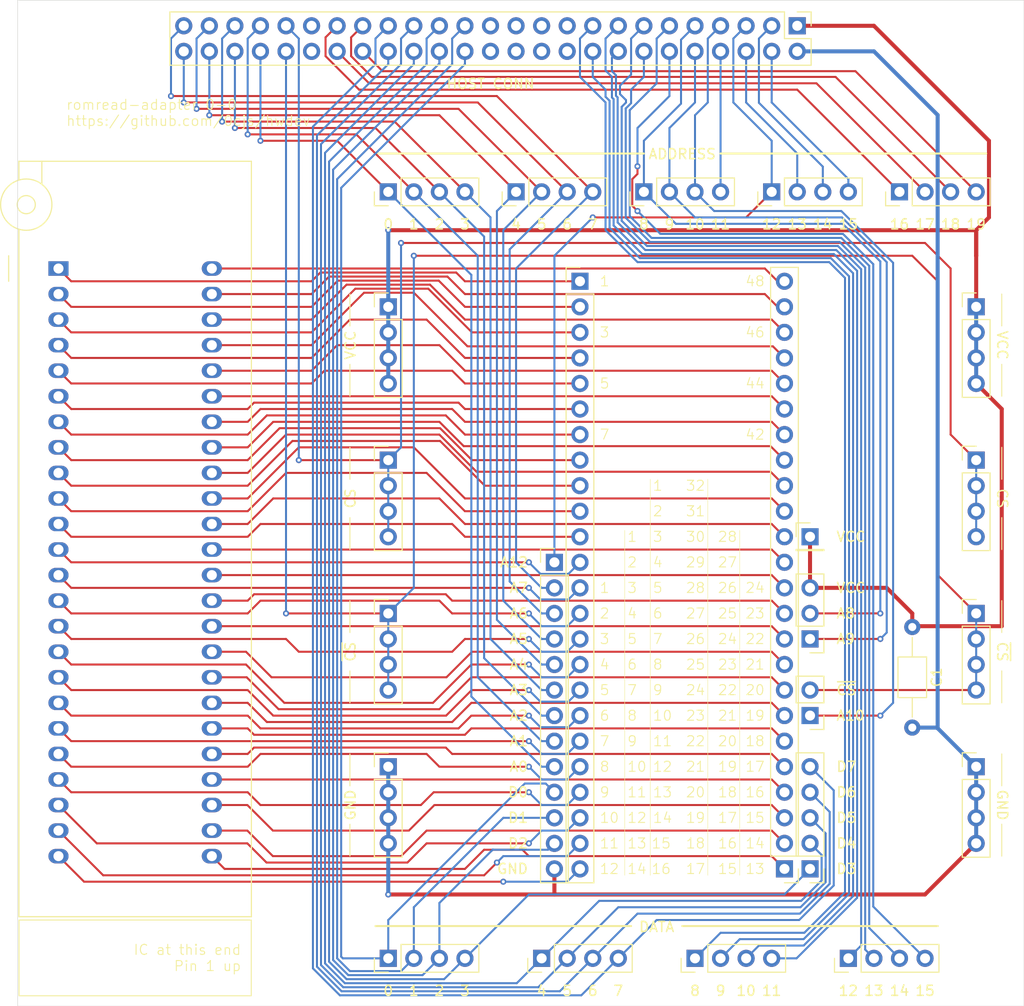
<source format=kicad_pcb>
(kicad_pcb (version 20241229) (generator "pcbnew") (generator_version "9.0")
  (title_block (rev "0-0"))
  (layers (0 "F.Cu" signal) (2 "B.Cu" signal) (13 "F.Paste" user) (15 "B.Paste" user) (5 "F.SilkS" user "F.Silkscreen") (7 "B.SilkS" user "B.Silkscreen") (1 "F.Mask" user) (3 "B.Mask" user) (25 "Edge.Cuts" user))
  (net 0 "")
  (net 1 "GND")
  (net 2 "VCC")
  (net 3 "A10")
  (net 4 "A1")
  (net 5 "D11")
  (net 6 "A9")
  (net 7 "D10")
  (net 8 "A14")
  (net 10 "A17")
  (net 12 "A6")
  (net 13 "A18")
  (net 14 "A5")
  (net 15 "A3")
  (net 16 "A8")
  (net 17 "A4")
  (net 19 "CS")
  (net 21 "A15")
  (net 22 "A7")
  (net 24 "A0")
  (net 25 "D9")
  (net 27 "A19")
  (net 30 "D14")
  (net 31 "D13")
  (net 32 "D15")
  (net 33 "D5")
  (net 34 "A11")
  (net 35 "D2")
  (net 36 "~{CS}")
  (net 37 "D12")
  (net 38 "D0")
  (net 40 "A2")
  (net 41 "D6")
  (net 42 "A13")
  (net 43 "D7")
  (net 44 "A12")
  (net 45 "D1")
  (net 47 "D3")
  (net 48 "D4")
  (net 49 "D8")
  (net 50 "A16")
  (net 51 "Net-(JR1-Pin_26)")
  (net 52 "Net-(JR1-Pin_27)")
  (net 53 "Net-(JR1-Pin_18)")
  (net 54 "Net-(JR1-Pin_33)")
  (net 55 "Net-(JR1-Pin_1)")
  (net 56 "Net-(JR1-Pin_3)")
  (net 57 "Net-(JR1-Pin_12)")
  (net 58 "Net-(JR1-Pin_4)")
  (net 59 "Net-(JR1-Pin_24)")
  (net 60 "Net-(JR1-Pin_11)")
  (net 61 "Net-(JR1-Pin_42)")
  (net 62 "Net-(JR1-Pin_48)")
  (net 63 "Net-(JR1-Pin_37)")
  (net 64 "Net-(JR1-Pin_10)")
  (net 65 "Net-(JR1-Pin_20)")
  (net 66 "Net-(JR1-Pin_22)")
  (net 67 "Net-(JR1-Pin_2)")
  (net 68 "Net-(JR1-Pin_44)")
  (net 69 "Net-(JR1-Pin_25)")
  (net 70 "Net-(JR1-Pin_17)")
  (net 71 "Net-(JR1-Pin_32)")
  (net 72 "Net-(JR1-Pin_15)")
  (net 73 "Net-(JR1-Pin_43)")
  (net 74 "Net-(JR1-Pin_6)")
  (net 75 "Net-(JR1-Pin_39)")
  (net 76 "Net-(JR1-Pin_5)")
  (net 77 "Net-(JR1-Pin_31)")
  (net 78 "Net-(JR1-Pin_19)")
  (net 79 "Net-(JR1-Pin_13)")
  (net 80 "Net-(JR1-Pin_16)")
  (net 81 "Net-(JR1-Pin_9)")
  (net 82 "Net-(JR1-Pin_47)")
  (net 83 "Net-(JR1-Pin_21)")
  (net 84 "Net-(JR1-Pin_29)")
  (net 85 "Net-(JR1-Pin_14)")
  (net 86 "Net-(JR1-Pin_46)")
  (net 87 "Net-(JR1-Pin_36)")
  (net 88 "Net-(JR1-Pin_45)")
  (net 89 "Net-(JR1-Pin_35)")
  (net 90 "Net-(JR1-Pin_40)")
  (net 91 "Net-(JR1-Pin_34)")
  (net 92 "Net-(JR1-Pin_41)")
  (net 93 "Net-(JR1-Pin_30)")
  (net 94 "Net-(JR1-Pin_23)")
  (net 95 "Net-(JR1-Pin_28)")
  (net 96 "Net-(JR1-Pin_8)")
  (net 97 "Net-(JR1-Pin_38)")
  (net 98 "Net-(JR1-Pin_7)")
  (footprint "Connector_PinHeader_2.54mm:PinHeader_1x04_P2.54mm_Vertical" (layer "F.Cu") (at 196.85 81.276902)
    (property "Reference" "JH41" (hide yes))
    (property "Value" "Conn_01x04_Pin" (hide yes))
  )
  (footprint "Connector_PinHeader_2.54mm:PinHeader_1x04_P2.54mm_Vertical" (layer "F.Cu") (at 138.43 96.52)
    (property "Reference" "JH32" (hide yes))
    (property "Value" "Conn_01x04_Pin" (hide yes))
  )
  (footprint "Connector_PinHeader_2.54mm:PinHeader_1x04_P2.54mm_Vertical" (layer "F.Cu") (at 196.85 96.516902)
    (property "Reference" "JH42" (hide yes))
    (property "Value" "Conn_01x04_Pin" (hide yes))
  )
  (footprint "Connector_PinHeader_2.54mm:PinHeader_2x25_P2.54mm_Vertical" (layer "F.Cu") (at 179.07 53.34 -90)
    (property "Reference" "JH1" (hide yes))
    (property "Value" "Host_Conn_02x25" (hide yes))
  )
  (footprint "Connector_PinHeader_2.54mm:PinHeader_1x24_P2.54mm_Vertical" (layer "F.Cu") (at 177.8 137.156902 180)
    (property "Reference" "JR3" (hide yes))
    (property "Value" "Conn_01x24_Pin" (hide yes))
  )
  (footprint "Connector_PinHeader_2.54mm:PinHeader_1x13_P2.54mm_Vertical" (layer "F.Cu") (at 154.94 106.68)
    (property "Reference" "JH2" (hide yes))
    (property "Value" "Conn_01x13_Pin" (hide yes))
  )
  (footprint "Connector_PinHeader_2.54mm:PinHeader_1x04_P2.54mm_Vertical" (layer "F.Cu") (at 176.53 69.85 90)
    (property "Reference" "JH14" (hide yes))
    (property "Value" "Conn_01x04_Pin" (hide yes))
  )
  (footprint "0cjs_hwdev:DIP_Socket-48_W11.9_W12.7_W15.24_W17.78_W18.5" (layer "F.Cu") (at 105.659 77.47)
    (property "Reference" "JR1" (hide yes))
    (property "Value" "ZIF-48" (hide yes))
  )
  (footprint "Connector_PinHeader_2.54mm:PinHeader_1x01_P2.54mm_Vertical" (layer "F.Cu") (at 180.34 104.136902)
    (property "Reference" "JH6" (hide yes))
    (property "Value" "Conn_01x01_Pin" (hide yes))
  )
  (footprint "Connector_PinHeader_2.54mm:PinHeader_1x04_P2.54mm_Vertical" (layer "F.Cu") (at 196.85 111.756902)
    (property "Reference" "JH43" (hide yes))
    (property "Value" "Conn_01x04_Pin" (hide yes))
  )
  (footprint "Connector_PinHeader_2.54mm:PinHeader_1x04_P2.54mm_Vertical" (layer "F.Cu") (at 168.91 146.05 90)
    (property "Reference" "JH23" (hide yes))
    (property "Value" "Conn_01x04_Pin" (hide yes))
  )
  (footprint "Connector_PinHeader_2.54mm:PinHeader_1x04_P2.54mm_Vertical" (layer "F.Cu") (at 153.67 146.05 90)
    (property "Reference" "JH22" (hide yes))
    (property "Value" "Conn_01x04_Pin" (hide yes))
  )
  (footprint "Connector_PinHeader_2.54mm:PinHeader_1x04_P2.54mm_Vertical" (layer "F.Cu") (at 184.15 146.05 90)
    (property "Reference" "JH24" (hide yes))
    (property "Value" "Conn_01x04_Pin" (hide yes))
  )
  (footprint "Connector_PinHeader_2.54mm:PinHeader_1x04_P2.54mm_Vertical" (layer "F.Cu") (at 138.43 81.28)
    (property "Reference" "JH31" (hide yes))
    (property "Value" "Conn_01x04_Pin" (hide yes))
  )
  (footprint "Connector_PinHeader_2.54mm:PinHeader_1x04_P2.54mm_Vertical" (layer "F.Cu") (at 138.43 127)
    (property "Reference" "JH34" (hide yes))
    (property "Value" "Conn_01x04_Pin" (hide yes))
  )
  (footprint "Connector_PinHeader_2.54mm:PinHeader_1x03_P2.54mm_Vertical" (layer "F.Cu") (at 180.34 114.296902 180)
    (property "Reference" "JH5" (hide yes))
    (property "Value" "Conn_01x03_Pin" (hide yes))
  )
  (footprint "Connector_PinHeader_2.54mm:PinHeader_1x04_P2.54mm_Vertical" (layer "F.Cu") (at 138.43 69.85 90)
    (property "Reference" "JH11" (hide yes))
    (property "Value" "Conn_01x04_Pin" (hide yes))
  )
  (footprint "Connector_PinHeader_2.54mm:PinHeader_1x04_P2.54mm_Vertical" (layer "F.Cu") (at 163.83 69.85 90)
    (property "Reference" "JH13" (hide yes))
    (property "Value" "Conn_01x04_Pin" (hide yes))
  )
  (footprint "Capacitor_THT:C_Axial_L3.8mm_D2.6mm_P10.00mm_Horizontal" (layer "F.Cu") (at 190.5 113.11 -90)
    (property "Reference" "C1")
    (property "Value" "0.1 μF")
  )
  (footprint "Connector_PinHeader_2.54mm:PinHeader_1x02_P2.54mm_Vertical" (layer "F.Cu") (at 180.34 121.916902 180)
    (property "Reference" "JH4" (hide yes))
    (property "Value" "Conn_01x02_Pin" (hide yes))
  )
  (footprint "Connector_PinHeader_2.54mm:PinHeader_1x04_P2.54mm_Vertical" (layer "F.Cu") (at 138.43 146.05 90)
    (property "Reference" "JH21" (hide yes))
    (property "Value" "Conn_01x04_Pin" (hide yes))
  )
  (footprint "Connector_PinHeader_2.54mm:PinHeader_1x04_P2.54mm_Vertical" (layer "F.Cu") (at 138.43 111.76)
    (property "Reference" "JH33" (hide yes))
    (property "Value" "Conn_01x04_Pin" (hide yes))
  )
  (footprint "Connector_PinHeader_2.54mm:PinHeader_1x04_P2.54mm_Vertical" (layer "F.Cu") (at 189.23 69.85 90)
    (property "Reference" "JH15" (hide yes))
    (property "Value" "Conn_01x04_Pin" (hide yes))
  )
  (footprint "Connector_PinHeader_2.54mm:PinHeader_1x05_P2.54mm_Vertical" (layer "F.Cu") (at 180.34 137.156902 180)
    (property "Reference" "JH3" (hide yes))
    (property "Value" "Conn_01x05_Pin" (hide yes))
  )
  (footprint "Connector_PinHeader_2.54mm:PinHeader_1x04_P2.54mm_Vertical" (layer "F.Cu") (at 196.85 126.996902)
    (property "Reference" "JH44" (hide yes))
    (property "Value" "Conn_01x04_Pin" (hide yes))
  )
  (footprint "Connector_PinHeader_2.54mm:PinHeader_1x24_P2.54mm_Vertical" (layer "F.Cu") (at 157.48 78.74)
    (property "Reference" "JR2" (hide yes))
    (property "Value" "Conn_01x24_Pin" (hide yes))
  )
  (footprint "Connector_PinHeader_2.54mm:PinHeader_1x04_P2.54mm_Vertical" (layer "F.Cu") (at 151.13 69.85 90)
    (property "Reference" "JH12" (hide yes))
    (property "Value" "Conn_01x04_Pin" (hide yes))
  )
  (gr_line (start 137.16 142.840408) (end 162.56 142.840408) (stroke (width 0.2)) (layer "F.SilkS"))
  (gr_line (start 134.62 86.995) (end 134.62 90.17) (stroke (width 0.1)) (layer "F.SilkS"))
  (gr_line (start 199.39 132.711902) (end 199.39 135.886902) (stroke (width 0.1)) (layer "F.SilkS"))
  (gr_line (start 134.62 102.235) (end 134.62 105.41) (stroke (width 0.1)) (layer "F.SilkS"))
  (gr_line (start 134.62 80.01) (end 134.62 83.185) (stroke (width 0.1)) (layer "F.SilkS"))
  (gr_line (start 199.39 117.471902) (end 199.39 120.646902) (stroke (width 0.1)) (layer "F.SilkS"))
  (gr_line (start 199.39 95.246902) (end 199.39 98.421902) (stroke (width 0.1)) (layer "F.SilkS"))
  (gr_line (start 170.18 137.791902) (end 170.18 98.421902) (stroke (width 0.05)) (layer "F.SilkS"))
  (gr_line (start 199.39 80.006902) (end 199.39 83.181902) (stroke (width 0.1)) (layer "F.SilkS"))
  (gr_line (start 134.62 117.475) (end 134.62 120.65) (stroke (width 0.1)) (layer "F.SilkS"))
  (gr_line (start 171.45 66.04) (end 197.85 66.04) (stroke (width 0.2)) (layer "F.SilkS"))
  (gr_line (start 167.64 142.840408) (end 193.04 142.840408) (stroke (width 0.2)) (layer "F.SilkS"))
  (gr_line (start 134.62 110.49) (end 134.62 113.665) (stroke (width 0.1)) (layer "F.SilkS"))
  (gr_line (start 164.465 137.791902) (end 164.465 98.421902) (stroke (width 0.05)) (layer "F.SilkS"))
  (gr_line (start 199.39 110.486902) (end 199.39 113.661902) (stroke (width 0.1)) (layer "F.SilkS"))
  (gr_line (start 199.39 102.231902) (end 199.39 105.406902) (stroke (width 0.1)) (layer "F.SilkS"))
  (gr_line (start 161.925 137.795) (end 161.925 103.505) (stroke (width 0.05)) (layer "F.SilkS"))
  (gr_line (start 134.62 125.73) (end 134.62 128.905) (stroke (width 0.1)) (layer "F.SilkS"))
  (gr_line (start 173.355 137.791902) (end 173.355 103.501902) (stroke (width 0.05)) (layer "F.SilkS"))
  (gr_line (start 199.39 125.726902) (end 199.39 128.901902) (stroke (width 0.1)) (layer "F.SilkS"))
  (gr_line (start 137.43 66.04) (end 163.83 66.04) (stroke (width 0.2)) (layer "F.SilkS"))
  (gr_line (start 199.39 86.991902) (end 199.39 90.166902) (stroke (width 0.1)) (layer "F.SilkS"))
  (gr_line (start 134.62 95.25) (end 134.62 98.425) (stroke (width 0.1)) (layer "F.SilkS"))
  (gr_line (start 134.62 132.715) (end 134.62 135.89) (stroke (width 0.1)) (layer "F.SilkS"))
  (gr_rect (start 101.6 50.8) (end 201.6 150.8) (stroke (width 0.05)) (fill no) (layer "Edge.Cuts"))
  (gr_text "16" (at 166.57 137.16 0) (layer "F.SilkS") (effects (font (size 1 1) (thickness 0.1)) (justify right)))
  (gr_text "27" (at 173.155 106.68 0) (layer "F.SilkS") (effects (font (size 1 1) (thickness 0.1)) (justify right)))
  (gr_text "D0" (at 152.4 129.535 0) (layer "F.SilkS") (effects (font (size 1 1)) (justify right)))
  (gr_text "2" (at 143.51 149.86 0) (layer "F.SilkS") (effects (font (size 1 1)) (justify bottom)))
  (gr_text "1" (at 159.385 109.22 0) (layer "F.SilkS") (effects (font (size 1 1) (thickness 0.1)) (justify left)))
  (gr_text "D4" (at 182.88 134.616902 0) (layer "F.SilkS") (effects (font (size 1 1)) (justify left)))
  (gr_text "20" (at 169.98 129.54 0) (layer "F.SilkS") (effects (font (size 1 1) (thickness 0.1)) (justify right)))
  (gr_text "10" (at 162.125 127 0) (layer "F.SilkS") (effects (font (size 1 1) (thickness 0.1)) (justify left)))
  (gr_text "23" (at 169.98 121.92 0) (layer "F.SilkS") (effects (font (size 1 1) (thickness 0.1)) (justify right)))
  (gr_text "5" (at 159.385 119.38 0) (layer "F.SilkS") (effects (font (size 1 1) (thickness 0.1)) (justify left)))
  (gr_text "8" (at 168.91 149.86 0) (layer "F.SilkS") (effects (font (size 1 1)) (justify bottom)))
  (gr_text "14" (at 189.23 149.86 0) (layer "F.SilkS") (effects (font (size 1 1)) (justify bottom)))
  (gr_text "13" (at 164.665 129.54 0) (layer "F.SilkS") (effects (font (size 1 1) (thickness 0.1)) (justify left)))
  (gr_text "11" (at 162.125 129.54 0) (layer "F.SilkS") (effects (font (size 1 1) (thickness 0.1)) (justify left)))
  (gr_text "6" (at 162.125 116.84 0) (layer "F.SilkS") (effects (font (size 1 1) (thickness 0.1)) (justify left)))
  (gr_text "4" (at 162.125 111.76 0) (layer "F.SilkS") (effects (font (size 1 1) (thickness 0.1)) (justify left)))
  (gr_text "5" (at 164.665 109.216902 0) (layer "F.SilkS") (effects (font (size 1 1) (thickness 0.1)) (justify left)))
  (gr_text "14" (at 181.61 73.66 0) (layer "F.SilkS") (effects (font (size 1 1)) (justify bottom)))
  (gr_text "18" (at 175.895 124.456902 0) (layer "F.SilkS") (effects (font (size 1 1) (thickness 0.1)) (justify right)))
  (gr_text "4" (at 153.67 149.86 0) (layer "F.SilkS") (effects (font (size 1 1)) (justify bottom)))
  (gr_text "11" (at 176.53 149.86 0) (layer "F.SilkS") (effects (font (size 1 1)) (justify bottom)))
  (gr_text "11" (at 159.385 134.62 0) (layer "F.SilkS") (effects (font (size 1 1) (thickness 0.1)) (justify left)))
  (gr_text "27" (at 169.98 111.76 0) (layer "F.SilkS") (effects (font (size 1 1) (thickness 0.1)) (justify right)))
  (gr_text "44" (at 175.895 88.896902 0) (layer "F.SilkS") (effects (font (size 1 1) (thickness 0.1)) (justify right)))
  (gr_text "5" (at 153.67 73.66 0) (layer "F.SilkS") (effects (font (size 1 1)) (justify bottom)))
  (gr_text "13" (at 186.69 149.86 0) (layer "F.SilkS") (effects (font (size 1 1)) (justify bottom)))
  (gr_text "22" (at 169.98 124.46 0) (layer "F.SilkS") (effects (font (size 1 1) (thickness 0.1)) (justify right)))
  (gr_text "23" (at 173.155 116.84 0) (layer "F.SilkS") (effects (font (size 1 1) (thickness 0.1)) (justify right)))
  (gr_text "1" (at 140.97 73.66 0) (layer "F.SilkS") (effects (font (size 1 1)) (justify bottom)))
  (gr_text "29" (at 169.98 106.68 0) (layer "F.SilkS") (effects (font (size 1 1) (thickness 0.1)) (justify right)))
  (gr_text "9" (at 162.125 124.46 0) (layer "F.SilkS") (effects (font (size 1 1) (thickness 0.1)) (justify left)))
  (gr_text "0" (at 138.43 73.66 0) (layer "F.SilkS") (effects (font (size 1 1)) (justify bottom)))
  (gr_text "0" (at 138.43 149.86 0) (layer "F.SilkS") (effects (font (size 1 1)) (justify bottom)))
  (gr_text "A5" (at 152.4 114.295 0) (layer "F.SilkS") (effects (font (size 1 1)) (justify right)))
  (gr_text "16" (at 175.895 129.536902 0) (layer "F.SilkS") (effects (font (size 1 1) (thickness 0.1)) (justify right)))
  (gr_text "VCC" (at 135.255 85.09 90) (layer "F.SilkS") (effects (font (size 1 1)) (justify bottom)))
  (gr_text "DATA" (at 165.1 143.51 0) (layer "F.SilkS") (effects (font (size 1 1)) (justify bottom)))
  (gr_text "2" (at 162.125 106.68 0) (layer "F.SilkS") (effects (font (size 1 1) (thickness 0.1)) (justify left)))
  (gr_text "14" (at 164.665 132.08 0) (layer "F.SilkS") (effects (font (size 1 1) (thickness 0.1)) (justify left)))
  (gr_text "16" (at 189.23 73.66 0) (layer "F.SilkS") (effects (font (size 1 1)) (justify bottom)))
  (gr_text "GND" (at 152.4 137.155 0) (layer "F.SilkS") (effects (font (size 1 1)) (justify right)))
  (gr_text "9" (at 159.385 129.54 0) (layer "F.SilkS") (effects (font (size 1 1) (thickness 0.1)) (justify left)))
  (gr_text "17" (at 175.895 126.996902 0) (layer "F.SilkS") (effects (font (size 1 1) (thickness 0.1)) (justify right)))
  (gr_text "1" (at 162.125 104.14 0) (layer "F.SilkS") (effects (font (size 1 1) (thickness 0.1)) (justify left)))
  (gr_text "19" (at 173.155 127 0) (layer "F.SilkS") (effects (font (size 1 1) (thickness 0.1)) (justify right)))
  (gr_text "11" (at 171.45 73.66 0) (layer "F.SilkS") (effects (font (size 1 1)) (justify bottom)))
  (gr_text "VCC" (at 182.88 109.216902 0) (layer "F.SilkS") (effects (font (size 1 1)) (justify left)))
  (gr_text "12" (at 164.665 127 0) (layer "F.SilkS") (effects (font (size 1 1) (thickness 0.1)) (justify left)))
  (gr_text "D2" (at 152.4 134.615 0) (layer "F.SilkS") (effects (font (size 1 1)) (justify right)))
  (gr_text "3" (at 164.665 104.136902 0) (layer "F.SilkS") (effects (font (size 1 1) (thickness 0.1)) (justify left)))
  (gr_text "6" (at 156.21 73.66 0) (layer "F.SilkS") (effects (font (size 1 1)) (justify bottom)))
  (gr_text "2" (at 159.385 111.76 0) (layer "F.SilkS") (effects (font (size 1 1) (thickness 0.1)) (justify left)))
  (gr_text "3" (at 146.05 73.66 0) (layer "F.SilkS") (effects (font (size 1 1)) (justify bottom)))
  (gr_text "21" (at 175.895 116.836902 0) (layer "F.SilkS") (effects (font (size 1 1) (thickness 0.1)) (justify right)))
  (gr_text "6" (at 159.385 121.92 0) (layer "F.SilkS") (effects (font (size 1 1) (thickness 0.1)) (justify left)))
  (gr_text "13" (at 162.125 134.62 0) (layer "F.SilkS") (effects (font (size 1 1) (thickness 0.1)) (justify left)))
  (gr_text "17" (at 169.98 137.16 0) (layer "F.SilkS") (effects (font (size 1 1) (thickness 0.1)) (justify right)))
  (gr_text "7" (at 159.385 93.976902 0) (layer "F.SilkS") (effects (font (size 1 1) (thickness 0.1)) (justify left)))
  (gr_text "12" (at 159.385 137.16 0) (layer "F.SilkS") (effects (font (size 1 1) (thickness 0.1)) (justify left)))
  (gr_text "3" (at 159.385 114.3 0) (layer "F.SilkS") (effects (font (size 1 1) (thickness 0.1)) (justify left)))
  (gr_text "9" (at 164.665 119.376902 0) (layer "F.SilkS") (effects (font (size 1 1) (thickness 0.1)) (justify left)))
  (gr_text "15" (at 184.15 73.66 0) (layer "F.SilkS") (effects (font (size 1 1)) (justify bottom)))
  (gr_text "10" (at 168.91 73.66 0) (layer "F.SilkS") (effects (font (size 1 1)) (justify bottom)))
  (gr_text "14" (at 162.125 137.16 0) (layer "F.SilkS") (effects (font (size 1 1) (thickness 0.1)) (justify left)))
  (gr_text "CS" (at 200.025 100.326902 270) (layer "F.SilkS") (effects (font (size 1 1)) (justify top)))
  (gr_text "48" (at 175.895 78.736902 0) (layer "F.SilkS") (effects (font (size 1 1) (thickness 0.1)) (justify right)))
  (gr_text "8" (at 164.665 116.836902 0) (layer "F.SilkS") (effects (font (size 1 1) (thickness 0.1)) (justify left)))
  (gr_text "CS" (at 135.255 100.33 90) (layer "F.SilkS") (effects (font (size 1 1)) (justify bottom)))
  (gr_text "A8" (at 182.88 111.756902 0) (layer "F.SilkS") (effects (font (size 1 1)) (justify left)))
  (gr_text "D7" (at 182.88 126.996902 0) (layer "F.SilkS") (effects (font (size 1 1)) (justify left)))
  (gr_text "D5" (at 182.88 132.076902 0) (layer "F.SilkS") (effects (font (size 1 1)) (justify left)))
  (gr_text "28" (at 169.98 109.22 0) (layer "F.SilkS") (effects (font (size 1 1) (thickness 0.1)) (justify right)))
  (gr_text "15" (at 166.57 134.62 0) (layer "F.SilkS") (effects (font (size 1 1) (thickness 0.1)) (justify right)))
  (gr_text "2" (at 164.665 101.596902 0) (layer "F.SilkS") (effects (font (size 1 1) (thickness 0.1)) (justify left)))
  (gr_text "7" (at 161.29 149.86 0) (layer "F.SilkS") (effects (font (size 1 1)) (justify bottom)))
  (gr_text "32" (at 169.98 99.06 0) (layer "F.SilkS") (effects (font (size 1 1) (thickness 0.1)) (justify right)))
  (gr_text "18" (at 169.98 134.62 0) (layer "F.SilkS") (effects (font (size 1 1) (thickness 0.1)) (justify right)))
  (gr_text "3" (at 162.125 109.22 0) (layer "F.SilkS") (effects (font (size 1 1) (thickness 0.1)) (justify left)))
  (gr_text "6" (at 164.665 111.756902 0) (layer "F.SilkS") (effects (font (size 1 1) (thickness 0.1)) (justify left)))
  (gr_text "A12" (at 152.4 106.675 0) (layer "F.SilkS") (effects (font (size 1 1)) (justify right)))
  (gr_text "1" (at 164.665 99.056902 0) (layer "F.SilkS") (effects (font (size 1 1) (thickness 0.1)) (justify left)))
  (gr_text "A1" (at 152.4 124.455 0) (layer "F.SilkS") (effects (font (size 1 1)) (justify right)))
  (gr_text "17" (at 191.77 73.66 0) (layer "F.SilkS") (effects (font (size 1 1)) (justify bottom)))
  (gr_text "20" (at 175.895 119.376902 0) (layer "F.SilkS") (effects (font (size 1 1) (thickness 0.1)) (justify right)))
  (gr_text "4" (at 159.385 116.84 0) (layer "F.SilkS") (effects (font (size 1 1) (thickness 0.1)) (justify left)))
  (gr_text "1" (at 140.97 149.86 0) (layer "F.SilkS") (effects (font (size 1 1)) (justify bottom)))
  (gr_text "9" (at 171.45 149.86 0) (layer "F.SilkS") (effects (font (size 1 1)) (justify bottom)))
  (gr_text "20" (at 173.155 124.46 0) (layer "F.SilkS") (effects (font (size 1 1) (thickness 0.1)) (justify right)))
  (gr_text "17" (at 173.155 132.08 0) (layer "F.SilkS") (effects (font (size 1 1) (thickness 0.1)) (justify right)))
  (gr_text "46" (at 175.895 83.816902 0) (layer "F.SilkS") (effects (font (size 1 1) (thickness 0.1)) (justify right)))
  (gr_text "A10" (at 182.88 121.916902 0) (layer "F.SilkS") (effects (font (size 1 1)) (justify left)))
  (gr_text "A2" (at 152.4 121.915 0) (layer "F.SilkS") (effects (font (size 1 1)) (justify right)))
  (gr_text "3" (at 159.385 83.816902 0) (layer "F.SilkS") (effects (font (size 1 1) (thickness 0.1)) (justify left)))
  (gr_text "A3" (at 152.4 119.375 0) (layer "F.SilkS") (effects (font (size 1 1)) (justify right)))
  (gr_text "~{CS}" (at 135.255 115.57 90) (layer "F.SilkS") (effects (font (size 1 1)) (justify bottom)))
  (gr_text "A0" (at 152.4 126.995 0) (layer "F.SilkS") (effects (font (size 1 1)) (justify right)))
  (gr_text "19" (at 196.85 73.66 0) (layer "F.SilkS") (effects (font (size 1 1)) (justify bottom)))
  (gr_text "7" (at 164.665 114.296902 0) (layer "F.SilkS") (effects (font (size 1 1) (thickness 0.1)) (justify left)))
  (gr_text "A9" (at 182.88 114.296902 0) (layer "F.SilkS") (effects (font (size 1 1)) (justify left)))
  (gr_text "21" (at 169.98 127 0) (layer "F.SilkS") (effects (font (size 1 1) (thickness 0.1)) (justify right)))
  (gr_text "12" (at 184.15 149.86 0) (layer "F.SilkS") (effects (font (size 1 1)) (justify bottom)))
  (gr_text "16" (at 173.155 134.62 0) (layer "F.SilkS") (effects (font (size 1 1) (thickness 0.1)) (justify right)))
  (gr_text "28" (at 173.155 104.14 0) (layer "F.SilkS") (effects (font (size 1 1) (thickness 0.1)) (justify right)))
  (gr_text "14" (at 175.895 134.616902 0) (layer "F.SilkS") (effects (font (size 1 1) (thickness 0.1)) (justify right)))
  (gr_text "A7" (at 152.4 109.215 0) (layer "F.SilkS") (effects (font (size 1 1)) (justify right)))
  (gr_text "11" (at 164.665 124.46 0) (layer "F.SilkS") (effects (font (size 1 1) (thickness 0.1)) (justify left)))
  (gr_text "7" (at 158.75 73.66 0) (layer "F.SilkS") (effects (font (size 1 1)) (justify bottom)))
  (gr_text "8" (at 159.385 127 0) (layer "F.SilkS") (effects (font (size 1 1) (thickness 0.1)) (justify left)))
  (gr_text "~{CS}" (at 182.88 119.376902 0) (layer "F.SilkS") (effects (font (size 1 1)) (justify left)))
  (gr_text "30" (at 169.98 104.14 0) (layer "F.SilkS") (effects (font (size 1 1) (thickness 0.1)) (justify right)))
  (gr_text "24" (at 173.155 114.3 0) (layer "F.SilkS") (effects (font (size 1 1) (thickness 0.1)) (justify right)))
  (gr_text "D3" (at 182.88 137.156902 0) (layer "F.SilkS") (effects (font (size 1 1)) (justify left)))
  (gr_text "A6" (at 152.4 111.755 0) (layer "F.SilkS") (effects (font (size 1 1)) (justify right)))
  (gr_text "4" (at 164.665 106.676902 0) (layer "F.SilkS") (effects (font (size 1 1) (thickness 0.1)) (justify left)))
  (gr_text "8" (at 163.83 73.66 0) (layer "F.SilkS") (effects (font (size 1 1)) (justify bottom)))
  (gr_text "42" (at 175.895 93.976902 0) (layer "F.SilkS") (effects (font (size 1 1) (thickness 0.1)) (justify right)))
  (gr_text "VCC" (at 200.025 85.086902 270) (layer "F.SilkS") (effects (font (size 1 1)) (justify top)))
  (gr_text "13" (at 175.895 137.156902 0) (layer "F.SilkS") (effects (font (size 1 1) (thickness 0.1)) (justify right)))
  (gr_text "8" (at 162.125 121.92 0) (layer "F.SilkS") (effects (font (size 1 1) (thickness 0.1)) (justify left)))
  (gr_text "10" (at 159.385 132.08 0) (layer "F.SilkS") (effects (font (size 1 1) (thickness 0.1)) (justify left)))
  (gr_text "5" (at 162.125 114.3 0) (layer "F.SilkS") (effects (font (size 1 1) (thickness 0.1)) (justify left)))
  (gr_text "22" (at 173.155 119.38 0) (layer "F.SilkS") (effects (font (size 1 1) (thickness 0.1)) (justify right)))
  (gr_text "10" (at 164.665 121.92 0) (layer "F.SilkS") (effects (font (size 1 1) (thickness 0.1)) (justify left)))
  (gr_text "10" (at 173.99 149.86 0) (layer "F.SilkS") (effects (font (size 1 1)) (justify bottom)))
  (gr_text "6" (at 158.75 149.86 0) (layer "F.SilkS") (effects (font (size 1 1)) (justify bottom)))
  (gr_text "1" (at 159.385 78.736902 0) (layer "F.SilkS") (effects (font (size 1 1) (thickness 0.1)) (justify left)))
  (gr_text "12" (at 176.53 73.66 0) (layer "F.SilkS") (effects (font (size 1 1)) (justify bottom)))
  (gr_text "12" (at 162.125 132.08 0) (layer "F.SilkS") (effects (font (size 1 1) (thickness 0.1)) (justify left)))
  (gr_text "A4" (at 152.4 116.835 0) (layer "F.SilkS") (effects (font (size 1 1)) (justify right)))
  (gr_text "5" (at 156.21 149.86 0) (layer "F.SilkS") (effects (font (size 1 1)) (justify bottom)))
  (gr_text "15" (at 173.155 137.16 0) (layer "F.SilkS") (effects (font (size 1 1) (thickness 0.1)) (justify right)))
  (gr_text "D1" (at 152.4 132.075 0) (layer "F.SilkS") (effects (font (size 1 1)) (justify right)))
  (gr_text "21" (at 173.155 121.92 0) (layer "F.SilkS") (effects (font (size 1 1) (thickness 0.1)) (justify right)))
  (gr_text "18" (at 173.155 129.54 0) (layer "F.SilkS") (effects (font (size 1 1) (thickness 0.1)) (justify right)))
  (gr_text "25" (at 173.155 111.76 0) (layer "F.SilkS") (effects (font (size 1 1) (thickness 0.1)) (justify right)))
  (gr_text "2" (at 143.51 73.66 0) (layer "F.SilkS") (effects (font (size 1 1)) (justify bottom)))
  (gr_text "3" (at 146.05 149.86 0) (layer "F.SilkS") (effects (font (size 1 1)) (justify bottom)))
  (gr_text "24" (at 175.895 109.216902 0) (layer "F.SilkS") (effects (font (size 1 1) (thickness 0.1)) (justify right)))
  (gr_text "VCC" (at 182.88 104.136902 0) (layer "F.SilkS") (effects (font (size 1 1)) (justify left)))
  (gr_text "GND" (at 135.255 130.81 90) (layer "F.SilkS") (effects (font (size 1 1)) (justify bottom)))
  (gr_text "24" (at 169.98 119.38 0) (layer "F.SilkS") (effects (font (size 1 1) (thickness 0.1)) (justify right)))
  (gr_text "15" (at 191.77 149.86 0) (layer "F.SilkS") (effects (font (size 1 1)) (justify bottom)))
  (gr_text "19" (at 169.98 132.08 0) (layer "F.SilkS") (effects (font (size 1 1) (thickness 0.1)) (justify right)))
  (gr_text "19" (at 175.895 121.916902 0) (layer "F.SilkS") (effects (font (size 1 1) (thickness 0.1)) (justify right)))
  (gr_text "HOST CONN" (at 148.59 59.69 0) (layer "F.SilkS") (effects (font (size 1 1)) (justify bottom)))
  (gr_text "22" (at 175.895 114.296902 0) (layer "F.SilkS") (effects (font (size 1 1) (thickness 0.1)) (justify right)))
  (gr_text "23" (at 175.895 111.756902 0) (layer "F.SilkS") (effects (font (size 1 1) (thickness 0.1)) (justify right)))
  (gr_text "GND" (at 200.025 130.806902 270) (layer "F.SilkS") (effects (font (size 1 1)) (justify top)))
  (gr_text "9" (at 166.37 73.66 0) (layer "F.SilkS") (effects (font (size 1 1)) (justify bottom)))
  (gr_text "7" (at 162.125 119.38 0) (layer "F.SilkS") (effects (font (size 1 1) (thickness 0.1)) (justify left)))
  (gr_text "13" (at 179.07 73.66 0) (layer "F.SilkS") (effects (font (size 1 1)) (justify bottom)))
  (gr_text "5" (at 159.385 88.896902 0) (layer "F.SilkS") (effects (font (size 1 1) (thickness 0.1)) (justify left)))
  (gr_text "25" (at 169.98 116.84 0) (layer "F.SilkS") (effects (font (size 1 1) (thickness 0.1)) (justify right)))
  (gr_text "D6" (at 182.88 129.536902 0) (layer "F.SilkS") (effects (font (size 1 1)) (justify left)))
  (gr_text "~{CS}" (at 200.025 115.566902 270) (layer "F.SilkS") (effects (font (size 1 1)) (justify top)))
  (gr_text "31" (at 169.98 101.6 0) (layer "F.SilkS") (effects (font (size 1 1) (thickness 0.1)) (justify right)))
  (gr_text "18" (at 194.31 73.66 0) (layer "F.SilkS") (effects (font (size 1 1)) (justify bottom)))
  (gr_text "4" (at 151.13 73.66 0) (layer "F.SilkS") (effects (font (size 1 1)) (justify bottom)))
  (gr_text "ADDRESS" (at 167.64 66.675 0) (layer "F.SilkS") (effects (font (size 1 1)) (justify bottom)))
  (gr_text "7" (at 159.385 124.46 0) (layer "F.SilkS") (effects (font (size 1 1) (thickness 0.1)) (justify left)))
  (gr_text "26" (at 173.155 109.22 0) (layer "F.SilkS") (effects (font (size 1 1) (thickness 0.1)) (justify right)))
  (gr_text "26" (at 169.98 114.3 0) (layer "F.SilkS") (effects (font (size 1 1) (thickness 0.1)) (justify right)))
  (gr_text "15" (at 175.895 132.076902 0) (layer "F.SilkS") (effects (font (size 1 1) (thickness 0.1)) (justify right)))
  (gr_text_box "romread-adapter ${REVISION}\nhttps://github.com/0cjs/hwdev" (start 105.370153 59.597897) (end 133.389847 64.862103) (margins 1.0025 1.0025 1.0025 1.0025) (layer "F.SilkS") (effects (font (size 1 1) (thickness 0.1)) (justify left top)) (border no))
  (gr_text_box "IC at this end  \nPin 1 up  " (start 101.73974 142.24) (end 124.818259 149.771103) (margins 1.0025 1.0025 1.0025 1.0025) (layer "F.SilkS") (effects (font (size 1 1) (thickness 0.1)) (justify right)) (border yes) (stroke (width 0.1)))
  (segment (start 138.43 139.7) (end 191.766902 139.7) (width 0.4) (layer "F.Cu") (net 1))
  (segment (start 154.94 137.16) (end 154.94 139.7) (width 0.4) (layer "F.Cu") (net 1))
  (segment (start 191.766902 139.7) (end 196.85 134.616902) (width 0.4) (layer "F.Cu") (net 1))
  (via (at 138.43 139.7) (size 0.6) (drill 0.3) (layers "F.Cu" "B.Cu") (net 1))
  (segment (start 138.43 129.54) (end 138.43 127) (width 0.4) (layer "B.Cu") (net 1))
  (segment (start 190.5 123.11) (end 192.96 123.11) (width 0.4) (layer "B.Cu") (net 1))
  (segment (start 193.021 62.211) (end 186.69 55.88) (width 0.4) (layer "B.Cu") (net 1))
  (segment (start 193.021 123.171) (end 193.021 62.211) (width 0.4) (layer "B.Cu") (net 1))
  (segment (start 192.96 123.11) (end 193.021 123.171) (width 0.4) (layer "B.Cu") (net 1))
  (segment (start 196.85 126.996902) (end 196.845 126.996902) (width 0.4) (layer "B.Cu") (net 1))
  (segment (start 196.845 126.996902) (end 193.021 123.172902) (width 0.4) (layer "B.Cu") (net 1))
  (segment (start 196.85 126.996902) (end 196.85 134.616902) (width 0.4) (layer "B.Cu") (net 1))
  (segment (start 138.43 132.08) (end 138.43 129.54) (width 0.4) (layer "B.Cu") (net 1))
  (segment (start 193.021 123.172902) (end 193.021 123.171) (width 0.4) (layer "B.Cu") (net 1))
  (segment (start 138.43 134.62) (end 138.43 139.7) (width 0.4) (layer "B.Cu") (net 1))
  (segment (start 186.69 55.88) (end 179.07 55.88) (width 0.4) (layer "B.Cu") (net 1))
  (segment (start 138.43 134.62) (end 138.43 132.08) (width 0.4) (layer "B.Cu") (net 1))
  (segment (start 196.85 73.66) (end 196.85 76.201902) (width 0.4) (layer "F.Cu") (net 2))
  (segment (start 196.85 73.661902) (end 196.85 76.201902) (width 0.4) (layer "F.Cu") (net 2))
  (segment (start 190.5 113.03) (end 190.5 111.76) (width 0.4) (layer "F.Cu") (net 2))
  (segment (start 198.12 64.77) (end 198.12 72.39) (width 0.4) (layer "F.Cu") (net 2))
  (segment (start 186.69 53.34) (end 198.12 64.77) (width 0.4) (layer "F.Cu") (net 2))
  (segment (start 198.12 72.39) (end 196.85 73.66) (width 0.4) (layer "F.Cu") (net 2))
  (segment (start 179.07 53.34) (end 186.69 53.34) (width 0.4) (layer "F.Cu") (net 2))
  (segment (start 196.85 88.896902) (end 199.39 91.436902) (width 0.4) (layer "F.Cu") (net 2))
  (segment (start 199.39 91.436902) (end 199.39 113.03) (width 0.4) (layer "F.Cu") (net 2))
  (segment (start 199.39 113.03) (end 190.5 113.03) (width 0.4) (layer "F.Cu") (net 2))
  (segment (start 138.43 73.66) (end 196.85 73.66) (width 0.4) (layer "F.Cu") (net 2))
  (segment (start 187.956902 109.216902) (end 180.34 109.216902) (width 0.4) (layer "F.Cu") (net 2))
  (segment (start 190.5 113.11) (end 190.5 113.03) (width 0.4) (layer "F.Cu") (net 2))
  (segment (start 190.5 111.76) (end 187.956902 109.216902) (width 0.4) (layer "F.Cu") (net 2))
  (segment (start 180.34 109.216902) (end 180.34 104.136902) (width 0.4) (layer "F.Cu") (net 2))
  (segment (start 196.85 76.201902) (end 196.85 81.276902) (width 0.4) (layer "F.Cu") (net 2))
  (via (at 138.43 73.66) (size 0.6) (drill 0.3) (layers "F.Cu" "B.Cu") (net 2))
  (segment (start 196.85 88.896902) (end 196.85 81.276902) (width 0.4) (layer "B.Cu") (net 2))
  (segment (start 138.43 88.9) (end 138.43 86.36) (width 0.4) (layer "B.Cu") (net 2))
  (segment (start 138.43 86.36) (end 138.43 83.82) (width 0.4) (layer "B.Cu") (net 2))
  (segment (start 138.43 83.82) (end 138.43 81.28) (width 0.4) (layer "B.Cu") (net 2))
  (segment (start 138.43 81.28) (end 138.43 73.66) (width 0.4) (layer "B.Cu") (net 2))
  (segment (start 187.321902 121.916902) (end 180.34 121.916902) (width 0.2) (layer "F.Cu") (net 3))
  (segment (start 187.325 121.92) (end 187.321902 121.916902) (width 0.2) (layer "F.Cu") (net 3))
  (via (at 187.325 121.92) (size 0.6) (drill 0.3) (layers "F.Cu" "B.Cu") (net 3))
  (segment (start 187.325 121.92) (end 188.595 120.65) (width 0.2) (layer "B.Cu") (net 3))
  (segment (start 188.595 120.65) (end 188.595 76.9029) (width 0.2) (layer "B.Cu") (net 3))
  (segment (start 188.595 76.9029) (end 183.4471 71.755) (width 0.2) (layer "B.Cu") (net 3))
  (segment (start 183.4471 71.755) (end 170.815 71.755) (width 0.2) (layer "B.Cu") (net 3))
  (segment (start 168.91 62.23) (end 168.91 69.85) (width 0.2) (layer "B.Cu") (net 3))
  (segment (start 170.815 71.755) (end 168.91 69.85) (width 0.2) (layer "B.Cu") (net 3))
  (segment (start 170.18 54.61) (end 170.18 60.96) (width 0.2) (layer "B.Cu") (net 3))
  (segment (start 171.45 53.34) (end 170.18 54.61) (width 0.2) (layer "B.Cu") (net 3))
  (segment (start 170.18 60.96) (end 168.91 62.23) (width 0.2) (layer "B.Cu") (net 3))
  (segment (start 140.97 69.85) (end 135.255 64.135) (width 0.2) (layer "F.Cu") (net 4))
  (segment (start 135.255 64.135) (end 124.46 64.135) (width 0.2) (layer "F.Cu") (net 4))
  (via (at 124.46 64.135) (size 0.6) (drill 0.3) (layers "F.Cu" "B.Cu") (net 4))
  (segment (start 124.46 54.61) (end 124.46 64.135) (width 0.2) (layer "B.Cu") (net 4))
  (segment (start 153.67 124.46) (end 154.94 124.46) (width 0.2) (layer "B.Cu") (net 4))
  (segment (start 147.32 76.2) (end 147.32 118.11) (width 0.2) (layer "B.Cu") (net 4))
  (segment (start 147.32 118.11) (end 153.67 124.46) (width 0.2) (layer "B.Cu") (net 4))
  (segment (start 125.73 53.34) (end 124.46 54.61) (width 0.2) (layer "B.Cu") (net 4))
  (segment (start 140.97 69.85) (end 147.32 76.2) (width 0.2) (layer "B.Cu") (net 4))
  (segment (start 179.0021 146.05) (end 176.53 146.05) (width 0.2) (layer "B.Cu") (net 5))
  (segment (start 161.223 72.8901) (end 163.9649 75.632) (width 0.2) (layer "B.Cu") (net 5))
  (segment (start 161.223 60.4617) (end 161.223 72.8901) (width 0.2) (layer "B.Cu") (net 5))
  (segment (start 182.947 75.632) (end 185.019 77.704) (width 0.2) (layer "B.Cu") (net 5))
  (segment (start 185.019 77.704) (end 185.019 140.0331) (width 0.2) (layer "B.Cu") (net 5))
  (segment (start 161.056 60.2947) (end 161.223 60.4617) (width 0.2) (layer "B.Cu") (net 5))
  (segment (start 160.655 57.8529) (end 161.056 58.2539) (width 0.2) (layer "B.Cu") (net 5))
  (segment (start 161.056 58.2539) (end 161.056 60.2947) (width 0.2) (layer "B.Cu") (net 5))
  (segment (start 163.9649 75.632) (end 182.947 75.632) (width 0.2) (layer "B.Cu") (net 5))
  (segment (start 185.019 140.0331) (end 179.0021 146.05) (width 0.2) (layer "B.Cu") (net 5))
  (segment (start 161.29 55.88) (end 160.655 56.515) (width 0.2) (layer "B.Cu") (net 5))
  (segment (start 160.655 56.515) (end 160.655 57.8529) (width 0.2) (layer "B.Cu") (net 5))
  (segment (start 180.34 114.296902) (end 187.325 114.296902) (width 0.2) (layer "F.Cu") (net 6))
  (via (at 187.325 114.296902) (size 0.6) (drill 0.3) (layers "F.Cu" "B.Cu") (net 6))
  (segment (start 168.91 60.96) (end 166.37 63.5) (width 0.2) (layer "B.Cu") (net 6))
  (segment (start 187.96 76.835) (end 183.515 72.39) (width 0.2) (layer "B.Cu") (net 6))
  (segment (start 168.91 55.88) (end 168.91 60.96) (width 0.2) (layer "B.Cu") (net 6))
  (segment (start 187.96 113.661902) (end 187.96 76.835) (width 0.2) (layer "B.Cu") (net 6))
  (segment (start 187.325 114.296902) (end 187.96 113.661902) (width 0.2) (layer "B.Cu") (net 6))
  (segment (start 168.91 72.39) (end 166.37 69.85) (width 0.2) (layer "B.Cu") (net 6))
  (segment (start 166.37 63.5) (end 166.37 69.85) (width 0.2) (layer "B.Cu") (net 6))
  (segment (start 183.515 72.39) (end 168.91 72.39) (width 0.2) (layer "B.Cu") (net 6))
  (segment (start 160.02 54.61) (end 161.29 53.34) (width 0.2) (layer "B.Cu") (net 7))
  (segment (start 160.822 60.6278) (end 160.655 60.4608) (width 0.2) (layer "B.Cu") (net 7))
  (segment (start 160.655 60.4608) (end 160.655 58.42) (width 0.2) (layer "B.Cu") (net 7))
  (segment (start 160.822 73.192) (end 160.822 60.6278) (width 0.2) (layer "B.Cu") (net 7))
  (segment (start 163.663 76.033) (end 160.822 73.192) (width 0.2) (layer "B.Cu") (net 7))
  (segment (start 179.705 144.78) (end 184.618 139.867) (width 0.2) (layer "B.Cu") (net 7))
  (segment (start 173.99 146.05) (end 175.26 144.78) (width 0.2) (layer "B.Cu") (net 7))
  (segment (start 160.02 57.785) (end 160.02 54.61) (width 0.2) (layer "B.Cu") (net 7))
  (segment (start 160.655 58.42) (end 160.02 57.785) (width 0.2) (layer "B.Cu") (net 7))
  (segment (start 184.618 139.867) (end 184.618 77.938) (width 0.2) (layer "B.Cu") (net 7))
  (segment (start 175.26 144.78) (end 179.705 144.78) (width 0.2) (layer "B.Cu") (net 7))
  (segment (start 182.713 76.033) (end 163.663 76.033) (width 0.2) (layer "B.Cu") (net 7))
  (segment (start 184.618 77.938) (end 182.713 76.033) (width 0.2) (layer "B.Cu") (net 7))
  (segment (start 176.53 53.34) (end 175.26 54.61) (width 0.2) (layer "B.Cu") (net 8))
  (segment (start 175.26 60.99395) (end 181.61 67.34395) (width 0.2) (layer "B.Cu") (net 8))
  (segment (start 175.26 54.61) (end 175.26 60.99395) (width 0.2) (layer "B.Cu") (net 8))
  (segment (start 181.61 67.34395) (end 181.61 69.85) (width 0.2) (layer "B.Cu") (net 8))
  (segment (start 191.77 69.85) (end 180.975 59.055) (width 0.2) (layer "F.Cu") (net 10))
  (segment (start 136.525 59.055) (end 133.35 55.88) (width 0.2) (layer "F.Cu") (net 10))
  (segment (start 180.975 59.055) (end 136.525 59.055) (width 0.2) (layer "F.Cu") (net 10))
  (segment (start 147.32 60.96) (end 118.11 60.96) (width 0.2) (layer "F.Cu") (net 12))
  (segment (start 156.21 69.85) (end 147.32 60.96) (width 0.2) (layer "F.Cu") (net 12))
  (via (at 118.11 60.96) (size 0.6) (drill 0.3) (layers "F.Cu" "B.Cu") (net 12))
  (segment (start 153.67 111.76) (end 154.94 111.76) (width 0.2) (layer "B.Cu") (net 12))
  (segment (start 118.11 55.88) (end 118.11 60.96) (width 0.2) (layer "B.Cu") (net 12))
  (segment (start 156.21 69.85) (end 150.495 75.565) (width 0.2) (layer "B.Cu") (net 12))
  (segment (start 150.495 108.585) (end 153.67 111.76) (width 0.2) (layer "B.Cu") (net 12))
  (segment (start 150.495 75.565) (end 150.495 108.585) (width 0.2) (layer "B.Cu") (net 12))
  (segment (start 134.739 56.35676) (end 134.739 54.491) (width 0.2) (layer "F.Cu") (net 13))
  (segment (start 134.739 54.491) (end 135.89 53.34) (width 0.2) (layer "F.Cu") (net 13))
  (segment (start 136.80224 58.42) (end 134.739 56.35676) (width 0.2) (layer "F.Cu") (net 13))
  (segment (start 194.31 69.85) (end 182.88 58.42) (width 0.2) (layer "F.Cu") (net 13))
  (segment (start 182.88 58.42) (end 136.80224 58.42) (width 0.2) (layer "F.Cu") (net 13))
  (segment (start 145.415 61.595) (end 119.38 61.595) (width 0.2) (layer "F.Cu") (net 14))
  (segment (start 153.67 69.85) (end 145.415 61.595) (width 0.2) (layer "F.Cu") (net 14))
  (via (at 119.38 61.595) (size 0.6) (drill 0.3) (layers "F.Cu" "B.Cu") (net 14))
  (segment (start 153.67 114.3) (end 154.94 114.3) (width 0.2) (layer "B.Cu") (net 14))
  (segment (start 153.67 69.85) (end 149.86 73.66) (width 0.2) (layer "B.Cu") (net 14))
  (segment (start 119.38 61.595) (end 119.38 54.61) (width 0.2) (layer "B.Cu") (net 14))
  (segment (start 149.86 73.66) (end 149.86 110.49) (width 0.2) (layer "B.Cu") (net 14))
  (segment (start 149.86 110.49) (end 153.67 114.3) (width 0.2) (layer "B.Cu") (net 14))
  (segment (start 119.38 54.61) (end 120.65 53.34) (width 0.2) (layer "B.Cu") (net 14))
  (segment (start 139.065 62.865) (end 121.92 62.865) (width 0.2) (layer "F.Cu") (net 15))
  (segment (start 146.05 69.85) (end 139.065 62.865) (width 0.2) (layer "F.Cu") (net 15))
  (via (at 121.92 62.865) (size 0.6) (drill 0.3) (layers "F.Cu" "B.Cu") (net 15))
  (segment (start 146.05 69.85) (end 148.59 72.39) (width 0.2) (layer "B.Cu") (net 15))
  (segment (start 121.92 62.865) (end 121.92 54.61) (width 0.2) (layer "B.Cu") (net 15))
  (segment (start 153.67 119.38) (end 154.94 119.38) (width 0.2) (layer "B.Cu") (net 15))
  (segment (start 148.59 114.3) (end 153.67 119.38) (width 0.2) (layer "B.Cu") (net 15))
  (segment (start 121.92 54.61) (end 123.19 53.34) (width 0.2) (layer "B.Cu") (net 15))
  (segment (start 148.59 72.39) (end 148.59 114.3) (width 0.2) (layer "B.Cu") (net 15))
  (segment (start 187.321902 111.756902) (end 180.34 111.756902) (width 0.2) (layer "F.Cu") (net 16))
  (via (at 187.321902 111.756902) (size 0.6) (drill 0.3) (layers "F.Cu" "B.Cu") (net 16))
  (segment (start 187.325 76.7671) (end 183.5829 73.025) (width 0.2) (layer "B.Cu") (net 16))
  (segment (start 183.5829 73.025) (end 167.005 73.025) (width 0.2) (layer "B.Cu") (net 16))
  (segment (start 167.005 73.025) (end 163.83 69.85) (width 0.2) (layer "B.Cu") (net 16))
  (segment (start 167.521 61.079) (end 167.521 54.729) (width 0.2) (layer "B.Cu") (net 16))
  (segment (start 187.321902 111.756902) (end 187.325 111.753804) (width 0.2) (layer "B.Cu") (net 16))
  (segment (start 163.83 64.77) (end 167.521 61.079) (width 0.2) (layer "B.Cu") (net 16))
  (segment (start 163.83 69.85) (end 163.83 64.77) (width 0.2) (layer "B.Cu") (net 16))
  (segment (start 167.521 54.729) (end 168.91 53.34) (width 0.2) (layer "B.Cu") (net 16))
  (segment (start 187.325 111.753804) (end 187.325 76.7671) (width 0.2) (layer "B.Cu") (net 16))
  (segment (start 143.51 62.23) (end 120.65 62.23) (width 0.2) (layer "F.Cu") (net 17))
  (segment (start 151.13 69.85) (end 143.51 62.23) (width 0.2) (layer "F.Cu") (net 17))
  (via (at 120.65 62.23) (size 0.6) (drill 0.3) (layers "F.Cu" "B.Cu") (net 17))
  (segment (start 120.65 55.88) (end 120.65 62.23) (width 0.2) (layer "B.Cu") (net 17))
  (segment (start 151.13 69.85) (end 149.225 71.755) (width 0.2) (layer "B.Cu") (net 17))
  (segment (start 149.225 71.755) (end 149.225 112.395) (width 0.2) (layer "B.Cu") (net 17))
  (segment (start 149.225 112.395) (end 153.67 116.84) (width 0.2) (layer "B.Cu") (net 17))
  (segment (start 153.67 116.84) (end 154.94 116.84) (width 0.2) (layer "B.Cu") (net 17))
  (segment (start 194.31 93.976902) (end 194.31 77.47) (width 0.2) (layer "F.Cu") (net 19))
  (segment (start 194.31 77.47) (end 191.77 74.93) (width 0.2) (layer "F.Cu") (net 19))
  (segment (start 194.31 93.976902) (end 196.85 96.516902) (width 0.2) (layer "F.Cu") (net 19))
  (segment (start 138.43 96.52) (end 129.54 96.52) (width 0.2) (layer "F.Cu") (net 19))
  (segment (start 139.7 74.93) (end 191.77 74.93) (width 0.2) (layer "F.Cu") (net 19))
  (via (at 129.54 96.52) (size 0.6) (drill 0.3) (layers "F.Cu" "B.Cu") (net 19))
  (via (at 139.7 74.93) (size 0.6) (drill 0.3) (layers "F.Cu" "B.Cu") (net 19))
  (segment (start 196.85 99.056902) (end 196.85 101.596902) (width 0.2) (layer "B.Cu") (net 19))
  (segment (start 138.43 104.14) (end 138.43 101.6) (width 0.2) (layer "B.Cu") (net 19))
  (segment (start 139.7 95.25) (end 139.7 74.93) (width 0.2) (layer "B.Cu") (net 19))
  (segment (start 196.85 96.516902) (end 196.85 99.056902) (width 0.2) (layer "B.Cu") (net 19))
  (segment (start 138.43 96.52) (end 139.7 95.25) (width 0.2) (layer "B.Cu") (net 19))
  (segment (start 129.54 54.61) (end 129.54 96.52) (width 0.2) (layer "B.Cu") (net 19))
  (segment (start 138.43 101.6) (end 138.43 99.06) (width 0.2) (layer "B.Cu") (net 19))
  (segment (start 196.85 101.596902) (end 196.85 104.136902) (width 0.2) (layer "B.Cu") (net 19))
  (segment (start 128.27 53.34) (end 129.54 54.61) (width 0.2) (layer "B.Cu") (net 19))
  (segment (start 138.43 99.06) (end 138.43 96.52) (width 0.2) (layer "B.Cu") (net 19))
  (segment (start 176.53 55.88) (end 176.53 60.96) (width 0.2) (layer "B.Cu") (net 21))
  (segment (start 176.53 60.96) (end 184.15 68.58) (width 0.2) (layer "B.Cu") (net 21))
  (segment (start 184.15 68.58) (end 184.15 69.85) (width 0.2) (layer "B.Cu") (net 21))
  (segment (start 149.225 60.325) (end 116.84 60.325) (width 0.2) (layer "F.Cu") (net 22))
  (segment (start 158.75 69.85) (end 149.225 60.325) (width 0.2) (layer "F.Cu") (net 22))
  (via (at 116.84 60.325) (size 0.6) (drill 0.3) (layers "F.Cu" "B.Cu") (net 22))
  (segment (start 158.75 69.85) (end 151.13 77.47) (width 0.2) (layer "B.Cu") (net 22))
  (segment (start 116.84 60.325) (end 116.84 54.61) (width 0.2) (layer "B.Cu") (net 22))
  (segment (start 151.13 106.68) (end 151.13 77.47) (width 0.2) (layer "B.Cu") (net 22))
  (segment (start 154.94 109.22) (end 153.67 109.22) (width 0.2) (layer "B.Cu") (net 22))
  (segment (start 116.84 54.61) (end 118.11 53.34) (width 0.2) (layer "B.Cu") (net 22))
  (segment (start 153.67 109.22) (end 151.13 106.68) (width 0.2) (layer "B.Cu") (net 22))
  (segment (start 133.35 64.77) (end 138.43 69.85) (width 0.2) (layer "F.Cu") (net 24))
  (segment (start 125.73 64.77) (end 133.35 64.77) (width 0.2) (layer "F.Cu") (net 24))
  (via (at 125.73 64.77) (size 0.6) (drill 0.3) (layers "F.Cu" "B.Cu") (net 24))
  (segment (start 138.43 69.85) (end 146.685 78.105) (width 0.2) (layer "B.Cu") (net 24))
  (segment (start 154.94 127) (end 153.67 127) (width 0.2) (layer "B.Cu") (net 24))
  (segment (start 146.685 120.015) (end 146.685 78.105) (width 0.2) (layer "B.Cu") (net 24))
  (segment (start 153.67 127) (end 146.685 120.015) (width 0.2) (layer "B.Cu") (net 24))
  (segment (start 125.73 64.77) (end 125.73 55.88) (width 0.2) (layer "B.Cu") (net 24))
  (segment (start 160.02 59.69) (end 158.75 58.42) (width 0.2) (layer "B.Cu") (net 25))
  (segment (start 163.429 76.434) (end 160.421 73.426) (width 0.2) (layer "B.Cu") (net 25))
  (segment (start 171.45 146.05) (end 173.355 144.145) (width 0.2) (layer "B.Cu") (net 25))
  (segment (start 179.705 144.145) (end 184.217 139.633) (width 0.2) (layer "B.Cu") (net 25))
  (segment (start 158.75 58.42) (end 158.75 55.88) (width 0.2) (layer "B.Cu") (net 25))
  (segment (start 184.217 78.2399) (end 182.4111 76.434) (width 0.2) (layer "B.Cu") (net 25))
  (segment (start 160.421 60.7939) (end 160.02 60.3929) (width 0.2) (layer "B.Cu") (net 25))
  (segment (start 160.421 73.426) (end 160.421 60.7939) (width 0.2) (layer "B.Cu") (net 25))
  (segment (start 160.02 60.3929) (end 160.02 59.69) (width 0.2) (layer "B.Cu") (net 25))
  (segment (start 173.355 144.145) (end 179.705 144.145) (width 0.2) (layer "B.Cu") (net 25))
  (segment (start 184.217 139.633) (end 184.217 78.2399) (width 0.2) (layer "B.Cu") (net 25))
  (segment (start 182.4111 76.434) (end 163.429 76.434) (width 0.2) (layer "B.Cu") (net 25))
  (segment (start 137.862 57.852) (end 184.852 57.852) (width 0.2) (layer "F.Cu") (net 27))
  (segment (start 135.89 55.88) (end 137.862 57.852) (width 0.2) (layer "F.Cu") (net 27))
  (segment (start 184.852 57.852) (end 196.85 69.85) (width 0.2) (layer "F.Cu") (net 27))
  (segment (start 162.426 72.256) (end 162.426 61.729) (width 0.2) (layer "B.Cu") (net 30))
  (segment (start 189.23 146.05) (end 186.222 143.042) (width 0.2) (layer "B.Cu") (net 30))
  (segment (start 186.222 143.042) (end 186.222 77.2057) (width 0.2) (layer "B.Cu") (net 30))
  (segment (start 164.599 74.429) (end 162.426 72.256) (width 0.2) (layer "B.Cu") (net 30))
  (segment (start 183.4453 74.429) (end 164.599 74.429) (width 0.2) (layer "B.Cu") (net 30))
  (segment (start 165.1 59.055) (end 165.1 54.61) (width 0.2) (layer "B.Cu") (net 30))
  (segment (start 162.426 61.729) (end 165.1 59.055) (width 0.2) (layer "B.Cu") (net 30))
  (segment (start 186.222 77.2057) (end 183.4453 74.429) (width 0.2) (layer "B.Cu") (net 30))
  (segment (start 165.1 54.61) (end 166.37 53.34) (width 0.2) (layer "B.Cu") (net 30))
  (segment (start 185.821 145.181) (end 186.69 146.05) (width 0.2) (layer "B.Cu") (net 31))
  (segment (start 163.83 55.88) (end 163.83 58.42) (width 0.2) (layer "B.Cu") (net 31))
  (segment (start 162.56 61.0279) (end 162.025 61.5629) (width 0.2) (layer "B.Cu") (net 31))
  (segment (start 162.56 59.69) (end 162.56 61.0279) (width 0.2) (layer "B.Cu") (net 31))
  (segment (start 163.83 58.42) (end 162.56 59.69) (width 0.2) (layer "B.Cu") (net 31))
  (segment (start 164.4329 74.83) (end 183.2792 74.83) (width 0.2) (layer "B.Cu") (net 31))
  (segment (start 183.2792 74.83) (end 185.821 77.3718) (width 0.2) (layer "B.Cu") (net 31))
  (segment (start 162.025 72.4221) (end 164.4329 74.83) (width 0.2) (layer "B.Cu") (net 31))
  (segment (start 162.025 61.5629) (end 162.025 72.4221) (width 0.2) (layer "B.Cu") (net 31))
  (segment (start 185.821 77.3718) (end 185.821 145.181) (width 0.2) (layer "B.Cu") (net 31))
  (segment (start 163.195 68.064) (end 162.679 68.58) (width 0.2) (layer "F.Cu") (net 32))
  (segment (start 162.679 68.58) (end 162.679 71.239) (width 0.2) (layer "F.Cu") (net 32))
  (segment (start 162.679 71.239) (end 163.195 71.755) (width 0.2) (layer "F.Cu") (net 32))
  (segment (start 163.195 67.31) (end 163.195 68.064) (width 0.2) (layer "F.Cu") (net 32))
  (via (at 163.195 71.755) (size 0.6) (drill 0.3) (layers "F.Cu" "B.Cu") (net 32))
  (via (at 163.195 67.31) (size 0.6) (drill 0.3) (layers "F.Cu" "B.Cu") (net 32))
  (segment (start 165.468 74.028) (end 163.195 71.755) (width 0.2) (layer "B.Cu") (net 32))
  (segment (start 163.195 63.5) (end 166.37 60.325) (width 0.2) (layer "B.Cu") (net 32))
  (segment (start 186.623 77.0396) (end 183.6114 74.028) (width 0.2) (layer "B.Cu") (net 32))
  (segment (start 183.6114 74.028) (end 165.468 74.028) (width 0.2) (layer "B.Cu") (net 32))
  (segment (start 163.195 67.31) (end 163.195 63.5) (width 0.2) (layer "B.Cu") (net 32))
  (segment (start 186.623 140.903) (end 186.623 77.0396) (width 0.2) (layer "B.Cu") (net 32))
  (segment (start 166.37 60.325) (end 166.37 55.88) (width 0.2) (layer "B.Cu") (net 32))
  (segment (start 191.77 146.05) (end 186.623 140.903) (width 0.2) (layer "B.Cu") (net 32))
  (segment (start 133.9556 148.924) (end 153.336 148.924) (width 0.2) (layer "B.Cu") (net 33))
  (segment (start 153.336 148.924) (end 156.21 146.05) (width 0.2) (layer "B.Cu") (net 33))
  (segment (start 161.29 140.97) (end 179.396002 140.97) (width 0.2) (layer "B.Cu") (net 33))
  (segment (start 140.97 53.34) (end 139.7 54.61) (width 0.2) (layer "B.Cu") (net 33))
  (segment (start 181.892 138.474002) (end 181.892 133.628902) (width 0.2) (layer "B.Cu") (net 33))
  (segment (start 131.746 65.104) (end 131.746 146.7144) (width 0.2) (layer "B.Cu") (net 33))
  (segment (start 131.746 146.7144) (end 133.9556 148.924) (width 0.2) (layer "B.Cu") (net 33))
  (segment (start 139.7 54.61) (end 139.7 57.15) (width 0.2) (layer "B.Cu") (net 33))
  (segment (start 156.21 146.05) (end 161.29 140.97) (width 0.2) (layer "B.Cu") (net 33))
  (segment (start 179.396002 140.97) (end 181.892 138.474002) (width 0.2) (layer "B.Cu") (net 33))
  (segment (start 181.892 133.628902) (end 180.34 132.076902) (width 0.2) (layer "B.Cu") (net 33))
  (segment (start 139.7 57.15) (end 131.746 65.104) (width 0.2) (layer "B.Cu") (net 33))
  (segment (start 171.45 69.85) (end 171.45 55.88) (width 0.2) (layer "B.Cu") (net 34))
  (segment (start 143.51 55.88) (end 143.51 57.082081) (width 0.2) (layer "B.Cu") (net 35))
  (segment (start 143.51 55.88) (end 143.51 57.15) (width 0.2) (layer "B.Cu") (net 35))
  (segment (start 141.839 147.721) (end 143.51 146.05) (width 0.2) (layer "B.Cu") (net 35))
  (segment (start 154.305 135.255) (end 154.94 134.62) (width 0.2) (layer "B.Cu") (net 35))
  (segment (start 134.4539 147.721) (end 141.839 147.721) (width 0.2) (layer "B.Cu") (net 35))
  (segment (start 143.51 146.05) (end 143.51 140.545028) (width 0.2) (layer "B.Cu") (net 35))
  (segment (start 148.800028 135.255) (end 154.305 135.255) (width 0.2) (layer "B.Cu") (net 35))
  (segment (start 143.51 57.082081) (end 132.949 67.643081) (width 0.2) (layer "B.Cu") (net 35))
  (segment (start 148.695014 135.360014) (end 148.834028 135.221) (width 0.2) (layer "B.Cu") (net 35))
  (segment (start 132.949 67.643081) (end 132.949 146.2161) (width 0.2) (layer "B.Cu") (net 35))
  (segment (start 148.695014 135.360014) (end 148.800028 135.255) (width 0.2) (layer "B.Cu") (net 35))
  (segment (start 143.51 140.545028) (end 148.695014 135.360014) (width 0.2) (layer "B.Cu") (net 35))
  (segment (start 132.949 146.2161) (end 134.4539 147.721) (width 0.2) (layer "B.Cu") (net 35))
  (segment (start 190.5 76.2) (end 193.04 78.74) (width 0.2) (layer "F.Cu") (net 36))
  (segment (start 193.04 78.74) (end 193.04 107.946902) (width 0.2) (layer "F.Cu") (net 36))
  (segment (start 128.27 111.76) (end 138.43 111.76) (width 0.2) (layer "F.Cu") (net 36))
  (segment (start 140.97 76.2) (end 190.5 76.2) (width 0.2) (layer "F.Cu") (net 36))
  (segment (start 193.04 107.946902) (end 196.85 111.756902) (width 0.2) (layer "F.Cu") (net 36))
  (segment (start 180.34 119.376902) (end 196.85 119.376902) (width 0.2) (layer "F.Cu") (net 36))
  (via (at 128.27 111.76) (size 0.6) (drill 0.3) (layers "F.Cu" "B.Cu") (net 36))
  (via (at 140.97 76.2) (size 0.6) (drill 0.3) (layers "F.Cu" "B.Cu") (net 36))
  (segment (start 138.43 119.38) (end 138.43 116.84) (width 0.2) (layer "B.Cu") (net 36))
  (segment (start 138.43 114.3) (end 138.43 111.76) (width 0.2) (layer "B.Cu") (net 36))
  (segment (start 128.27 55.88) (end 128.27 111.76) (width 0.2) (layer "B.Cu") (net 36))
  (segment (start 196.85 119.376902) (end 196.85 111.756902) (width 0.2) (layer "B.Cu") (net 36))
  (segment (start 140.97 76.2) (end 140.97 109.22) (width 0.2) (layer "B.Cu") (net 36))
  (segment (start 140.97 109.22) (end 138.43 111.76) (width 0.2) (layer "B.Cu") (net 36))
  (segment (start 138.43 116.84) (end 138.43 114.3) (width 0.2) (layer "B.Cu") (net 36))
  (segment (start 161.457 59.289) (end 161.457 60.1286) (width 0.2) (layer "B.Cu") (net 37))
  (segment (start 183.1131 75.231) (end 185.42 77.5379) (width 0.2) (layer "B.Cu") (net 37))
  (segment (start 162.052 60.9688) (end 161.624 61.3968) (width 0.2) (layer "B.Cu") (net 37))
  (segment (start 163.83 53.34) (end 162.56 54.61) (width 0.2) (layer "B.Cu") (net 37))
  (segment (start 185.42 77.5379) (end 185.42 144.78) (width 0.2) (layer "B.Cu") (net 37))
  (segment (start 161.457 60.1286) (end 162.052 60.7236) (width 0.2) (layer "B.Cu") (net 37))
  (segment (start 161.624 72.724) (end 164.131 75.231) (width 0.2) (layer "B.Cu") (net 37))
  (segment (start 162.56 54.61) (end 162.56 58.186) (width 0.2) (layer "B.Cu") (net 37))
  (segment (start 162.56 58.186) (end 161.457 59.289) (width 0.2) (layer "B.Cu") (net 37))
  (segment (start 164.131 75.231) (end 183.1131 75.231) (width 0.2) (layer "B.Cu") (net 37))
  (segment (start 162.052 60.7236) (end 162.052 60.9688) (width 0.2) (layer "B.Cu") (net 37))
  (segment (start 161.624 61.3968) (end 161.624 72.724) (width 0.2) (layer "B.Cu") (net 37))
  (segment (start 185.42 144.78) (end 184.15 146.05) (width 0.2) (layer "B.Cu") (net 37))
  (segment (start 138.43 142.24) (end 151.999 128.671) (width 0.2) (layer "B.Cu") (net 38))
  (segment (start 151.999 128.671) (end 154.071 128.671) (width 0.2) (layer "B.Cu") (net 38))
  (segment (start 146.05 57.15) (end 133.751 69.449) (width 0.2) (layer "B.Cu") (net 38))
  (segment (start 154.071 128.671) (end 154.94 129.54) (width 0.2) (layer "B.Cu") (net 38))
  (segment (start 133.751 69.449) (end 133.751 145.8839) (width 0.2) (layer "B.Cu") (net 38))
  (segment (start 146.05 55.88) (end 146.05 57.15) (width 0.2) (layer "B.Cu") (net 38))
  (segment (start 133.751 145.8839) (end 133.9171 146.05) (width 0.2) (layer "B.Cu") (net 38))
  (segment (start 133.9171 146.05) (end 138.43 146.05) (width 0.2) (layer "B.Cu") (net 38))
  (segment (start 138.43 146.05) (end 138.43 142.24) (width 0.2) (layer "B.Cu") (net 38))
  (segment (start 123.19 63.5) (end 137.16 63.5) (width 0.2) (layer "F.Cu") (net 40))
  (segment (start 137.16 63.5) (end 143.51 69.85) (width 0.2) (layer "F.Cu") (net 40))
  (via (at 123.19 63.5) (size 0.6) (drill 0.3) (layers "F.Cu" "B.Cu") (net 40))
  (segment (start 143.51 69.85) (end 147.955 74.295) (width 0.2) (layer "B.Cu") (net 40))
  (segment (start 153.67 121.92) (end 154.94 121.92) (width 0.2) (layer "B.Cu") (net 40))
  (segment (start 123.19 63.5) (end 123.19 55.88) (width 0.2) (layer "B.Cu") (net 40))
  (segment (start 147.955 116.205) (end 153.67 121.92) (width 0.2) (layer "B.Cu") (net 40))
  (segment (start 147.955 74.295) (end 147.955 116.205) (width 0.2) (layer "B.Cu") (net 40))
  (segment (start 179.328102 141.605) (end 163.195 141.605) (width 0.2) (layer "B.Cu") (net 41))
  (segment (start 182.293 131.489902) (end 182.293 138.640102) (width 0.2) (layer "B.Cu") (net 41))
  (segment (start 131.345 64.235) (end 138.43 57.15) (width 0.2) (layer "B.Cu") (net 41))
  (segment (start 182.293 138.640102) (end 179.328102 141.605) (width 0.2) (layer "B.Cu") (net 41))
  (segment (start 163.195 141.605) (end 158.75 146.05) (width 0.2) (layer "B.Cu") (net 41))
  (segment (start 158.75 146.05) (end 155.475 149.325) (width 0.2) (layer "B.Cu") (net 41))
  (segment (start 133.7895 149.325) (end 131.345 146.8805) (width 0.2) (layer "B.Cu") (net 41))
  (segment (start 155.475 149.325) (end 133.7895 149.325) (width 0.2) (layer "B.Cu") (net 41))
  (segment (start 131.345 146.8805) (end 131.345 64.235) (width 0.2) (layer "B.Cu") (net 41))
  (segment (start 180.34 129.536902) (end 182.293 131.489902) (width 0.2) (layer "B.Cu") (net 41))
  (segment (start 138.43 57.15) (end 138.43 55.88) (width 0.2) (layer "B.Cu") (net 41))
  (segment (start 179.07 69.85) (end 179.07 66.04) (width 0.2) (layer "B.Cu") (net 42))
  (segment (start 173.99 60.96) (end 173.99 55.88) (width 0.2) (layer "B.Cu") (net 42))
  (segment (start 179.07 66.04) (end 173.99 60.96) (width 0.2) (layer "B.Cu") (net 42))
  (segment (start 180.34 126.996902) (end 182.694 129.350902) (width 0.2) (layer "B.Cu") (net 43))
  (segment (start 182.694 138.806202) (end 179.260202 142.24) (width 0.2) (layer "B.Cu") (net 43))
  (segment (start 165.1 142.24) (end 161.29 146.05) (width 0.2) (layer "B.Cu") (net 43))
  (segment (start 157.614 149.726) (end 161.29 146.05) (width 0.2) (layer "B.Cu") (net 43))
  (segment (start 182.694 129.350902) (end 182.694 138.806202) (width 0.2) (layer "B.Cu") (net 43))
  (segment (start 179.260202 142.24) (end 165.1 142.24) (width 0.2) (layer "B.Cu") (net 43))
  (segment (start 130.944 63.366) (end 130.944 147.0466) (width 0.2) (layer "B.Cu") (net 43))
  (segment (start 133.6234 149.726) (end 157.614 149.726) (width 0.2) (layer "B.Cu") (net 43))
  (segment (start 137.16 57.15) (end 130.944 63.366) (width 0.2) (layer "B.Cu") (net 43))
  (segment (start 130.944 147.0466) (end 133.6234 149.726) (width 0.2) (layer "B.Cu") (net 43))
  (segment (start 138.43 53.34) (end 137.16 54.61) (width 0.2) (layer "B.Cu") (net 43))
  (segment (start 137.16 54.61) (end 137.16 57.15) (width 0.2) (layer "B.Cu") (net 43))
  (segment (start 173.99 72.39) (end 176.53 69.85) (width 0.2) (layer "F.Cu") (net 44))
  (segment (start 158.75 72.39) (end 173.99 72.39) (width 0.2) (layer "F.Cu") (net 44))
  (via (at 158.75 72.39) (size 0.6) (drill 0.3) (layers "F.Cu" "B.Cu") (net 44))
  (segment (start 172.72 60.96) (end 172.72 54.61) (width 0.2) (layer "B.Cu") (net 44))
  (segment (start 154.94 106.68) (end 154.94 76.2) (width 0.2) (layer "B.Cu") (net 44))
  (segment (start 176.53 69.85) (end 176.53 64.77) (width 0.2) (layer "B.Cu") (net 44))
  (segment (start 154.94 76.2) (end 158.75 72.39) (width 0.2) (layer "B.Cu") (net 44))
  (segment (start 176.53 64.77) (end 172.72 60.96) (width 0.2) (layer "B.Cu") (net 44))
  (segment (start 172.72 54.61) (end 173.99 53.34) (width 0.2) (layer "B.Cu") (net 44))
  (segment (start 133.35 146.05) (end 134.62 147.32) (width 0.2) (layer "B.Cu") (net 45))
  (segment (start 139.7 147.32) (end 140.97 146.05) (width 0.2) (layer "B.Cu") (net 45))
  (segment (start 134.62 147.32) (end 139.7 147.32) (width 0.2) (layer "B.Cu") (net 45))
  (segment (start 140.97 146.05) (end 140.97 140.97) (width 0.2) (layer "B.Cu") (net 45))
  (segment (start 133.35 68.58) (end 133.35 146.05) (width 0.2) (layer "B.Cu") (net 45))
  (segment (start 144.78 57.15) (end 133.35 68.58) (width 0.2) (layer "B.Cu") (net 45))
  (segment (start 149.86 132.08) (end 154.94 132.08) (width 0.2) (layer "B.Cu") (net 45))
  (segment (start 146.05 53.34) (end 144.78 54.61) (width 0.2) (layer "B.Cu") (net 45))
  (segment (start 144.78 54.61) (end 144.78 57.15) (width 0.2) (layer "B.Cu") (net 45))
  (segment (start 140.97 140.97) (end 149.86 132.08) (width 0.2) (layer "B.Cu") (net 45))
  (segment (start 143.978 148.122) (end 146.05 146.05) (width 0.2) (layer "B.Cu") (net 47))
  (segment (start 180.34 137.16) (end 177.8 139.7) (width 0.2) (layer "B.Cu") (net 47))
  (segment (start 132.548 66.842) (end 132.548 146.3822) (width 0.2) (layer "B.Cu") (net 47))
  (segment (start 142.24 54.61) (end 142.24 57.15) (width 0.2) (layer "B.Cu") (net 47))
  (segment (start 152.4 139.7) (end 146.05 146.05) (width 0.2) (layer "B.Cu") (net 47))
  (segment (start 132.548 146.3822) (end 134.2878 148.122) (width 0.2) (layer "B.Cu") (net 47))
  (segment (start 143.51 53.34) (end 142.24 54.61) (width 0.2) (layer "B.Cu") (net 47))
  (segment (start 180.34 137.156902) (end 180.34 137.16) (width 0.2) (layer "B.Cu") (net 47))
  (segment (start 177.8 139.7) (end 152.4 139.7) (width 0.2) (layer "B.Cu") (net 47))
  (segment (start 134.2878 148.122) (end 143.978 148.122) (width 0.2) (layer "B.Cu") (net 47))
  (segment (start 142.24 57.15) (end 132.548 66.842) (width 0.2) (layer "B.Cu") (net 47))
  (segment (start 180.34 134.616902) (end 181.491 135.767902) (width 0.2) (layer "B.Cu") (net 48))
  (segment (start 132.147 146.5483) (end 134.1217 148.523) (width 0.2) (layer "B.Cu") (net 48))
  (segment (start 140.97 55.88) (end 140.97 57.15) (width 0.2) (layer "B.Cu") (net 48))
  (segment (start 179.463902 140.335) (end 159.385 140.335) (width 0.2) (layer "B.Cu") (net 48))
  (segment (start 181.491 135.767902) (end 181.491 138.307902) (width 0.2) (layer "B.Cu") (net 48))
  (segment (start 159.385 140.335) (end 153.67 146.05) (width 0.2) (layer "B.Cu") (net 48))
  (segment (start 140.97 57.15) (end 132.147 65.973) (width 0.2) (layer "B.Cu") (net 48))
  (segment (start 134.1217 148.523) (end 151.197 148.523) (width 0.2) (layer "B.Cu") (net 48))
  (segment (start 151.197 148.523) (end 153.67 146.05) (width 0.2) (layer "B.Cu") (net 48))
  (segment (start 132.147 65.973) (end 132.147 146.5483) (width 0.2) (layer "B.Cu") (net 48))
  (segment (start 181.491 138.307902) (end 179.463902 140.335) (width 0.2) (layer "B.Cu") (net 48))
  (segment (start 182.245 76.835) (end 163.195 76.835) (width 0.2) (layer "B.Cu") (net 49))
  (segment (start 183.816 78.406) (end 182.245 76.835) (width 0.2) (layer "B.Cu") (net 49))
  (segment (start 157.48 58.42) (end 157.48 54.61) (width 0.2) (layer "B.Cu") (net 49))
  (segment (start 160.02 60.96) (end 157.48 58.42) (width 0.2) (layer "B.Cu") (net 49))
  (segment (start 171.45 143.51) (end 179.7729 143.51) (width 0.2) (layer "B.Cu") (net 49))
  (segment (start 168.91 146.05) (end 171.45 143.51) (width 0.2) (layer "B.Cu") (net 49))
  (segment (start 157.48 54.61) (end 158.75 53.34) (width 0.2) (layer "B.Cu") (net 49))
  (segment (start 183.816 139.4669) (end 183.816 78.406) (width 0.2) (layer "B.Cu") (net 49))
  (segment (start 179.7729 143.51) (end 183.816 139.4669) (width 0.2) (layer "B.Cu") (net 49))
  (segment (start 163.195 76.835) (end 160.02 73.66) (width 0.2) (layer "B.Cu") (net 49))
  (segment (start 160.02 73.66) (end 160.02 60.96) (width 0.2) (layer "B.Cu") (net 49))
  (segment (start 179.07 59.69) (end 135.53224 59.69) (width 0.2) (layer "F.Cu") (net 50))
  (segment (start 132.199 54.491) (end 133.35 53.34) (width 0.2) (layer "F.Cu") (net 50))
  (segment (start 135.53224 59.69) (end 132.199 56.35676) (width 0.2) (layer "F.Cu") (net 50))
  (segment (start 189.23 69.85) (end 179.07 59.69) (width 0.2) (layer "F.Cu") (net 50))
  (segment (start 132.199 56.35676) (end 132.199 54.491) (width 0.2) (layer "F.Cu") (net 50))
  (segment (start 139.7 135.89) (end 126.966052 135.89) (width 0.2) (layer "F.Cu") (net 51))
  (segment (start 176.533098 133.35) (end 142.24 133.35) (width 0.2) (layer "F.Cu") (net 51))
  (segment (start 126.966052 135.89) (end 124.426052 133.35) (width 0.2) (layer "F.Cu") (net 51))
  (segment (start 177.8 134.616902) (end 176.533098 133.35) (width 0.2) (layer "F.Cu") (net 51))
  (segment (start 124.426052 133.35) (end 120.899 133.35) (width 0.2) (layer "F.Cu") (net 51))
  (segment (start 142.24 133.35) (end 139.7 135.89) (width 0.2) (layer "F.Cu") (net 51))
  (segment (start 177.8 132.076902) (end 176.533098 130.81) (width 0.2) (layer "F.Cu") (net 52))
  (segment (start 126.966052 133.35) (end 124.426052 130.81) (width 0.2) (layer "F.Cu") (net 52))
  (segment (start 143.01638 130.81) (end 140.47638 133.35) (width 0.2) (layer "F.Cu") (net 52))
  (segment (start 140.47638 133.35) (end 126.966052 133.35) (width 0.2) (layer "F.Cu") (net 52))
  (segment (start 124.426052 130.81) (end 120.899 130.81) (width 0.2) (layer "F.Cu") (net 52))
  (segment (start 176.533098 130.81) (end 143.01638 130.81) (width 0.2) (layer "F.Cu") (net 52))
  (segment (start 125.73 123.19) (end 124.46 121.92) (width 0.2) (layer "F.Cu") (net 53))
  (segment (start 146.685 121.92) (end 145.415 123.19) (width 0.2) (layer "F.Cu") (net 53))
  (segment (start 124.46 121.92) (end 106.929 121.92) (width 0.2) (layer "F.Cu") (net 53))
  (segment (start 152.4 121.92) (end 146.685 121.92) (width 0.2) (layer "F.Cu") (net 53))
  (segment (start 106.929 121.92) (end 105.659 120.65) (width 0.2) (layer "F.Cu") (net 53))
  (segment (start 145.415 123.19) (end 125.73 123.19) (width 0.2) (layer "F.Cu") (net 53))
  (via (at 152.4 121.92) (size 0.6) (drill 0.3) (layers "F.Cu" "B.Cu") (net 53))
  (segment (start 156.329 123.071) (end 157.48 121.92) (width 0.2) (layer "B.Cu") (net 53))
  (segment (start 153.551 123.071) (end 156.329 123.071) (width 0.2) (layer "B.Cu") (net 53))
  (segment (start 152.4 121.92) (end 153.551 123.071) (width 0.2) (layer "B.Cu") (net 53))
  (segment (start 176.533098 115.57) (end 146.7529 115.57) (width 0.2) (layer "F.Cu") (net 54))
  (segment (start 126.8321 118.11) (end 124.2921 115.57) (width 0.2) (layer "F.Cu") (net 54))
  (segment (start 146.7529 115.57) (end 144.2129 118.11) (width 0.2) (layer "F.Cu") (net 54))
  (segment (start 124.2921 115.57) (end 120.899 115.57) (width 0.2) (layer "F.Cu") (net 54))
  (segment (start 144.2129 118.11) (end 126.8321 118.11) (width 0.2) (layer "F.Cu") (net 54))
  (segment (start 177.8 116.836902) (end 176.533098 115.57) (width 0.2) (layer "F.Cu") (net 54))
  (segment (start 145.181 77.871) (end 146.05 78.74) (width 0.2) (layer "F.Cu") (net 55))
  (segment (start 105.659 77.47) (end 106.929 78.74) (width 0.2) (layer "F.Cu") (net 55))
  (segment (start 146.05 78.74) (end 157.48 78.74) (width 0.2) (layer "F.Cu") (net 55))
  (segment (start 130.81 78.74) (end 131.679 77.871) (width 0.2) (layer "F.Cu") (net 55))
  (segment (start 131.679 77.871) (end 145.181 77.871) (width 0.2) (layer "F.Cu") (net 55))
  (segment (start 106.929 78.74) (end 130.81 78.74) (width 0.2) (layer "F.Cu") (net 55))
  (segment (start 135.155 79.475) (end 142.4079 79.475) (width 0.2) (layer "F.Cu") (net 56))
  (segment (start 142.4079 79.475) (end 146.7529 83.82) (width 0.2) (layer "F.Cu") (net 56))
  (segment (start 146.7529 83.82) (end 157.48 83.82) (width 0.2) (layer "F.Cu") (net 56))
  (segment (start 105.659 82.55) (end 106.929 83.82) (width 0.2) (layer "F.Cu") (net 56))
  (segment (start 106.929 83.82) (end 130.81 83.82) (width 0.2) (layer "F.Cu") (net 56))
  (segment (start 130.81 83.82) (end 135.155 79.475) (width 0.2) (layer "F.Cu") (net 56))
  (segment (start 106.929 106.68) (end 105.659 105.41) (width 0.2) (layer "F.Cu") (net 57))
  (segment (start 152.4 106.68) (end 106.929 106.68) (width 0.2) (layer "F.Cu") (net 57))
  (via (at 152.4 106.68) (size 0.6) (drill 0.3) (layers "F.Cu" "B.Cu") (net 57))
  (segment (start 156.329 107.831) (end 157.48 106.68) (width 0.2) (layer "B.Cu") (net 57))
  (segment (start 153.551 107.831) (end 156.329 107.831) (width 0.2) (layer "B.Cu") (net 57))
  (segment (start 152.4 106.68) (end 153.551 107.831) (width 0.2) (layer "B.Cu") (net 57))
  (segment (start 142.24 82.55) (end 146.05 86.36) (width 0.2) (layer "F.Cu") (net 58))
  (segment (start 134.62 82.55) (end 142.24 82.55) (width 0.2) (layer "F.Cu") (net 58))
  (segment (start 106.929 86.36) (end 130.81 86.36) (width 0.2) (layer "F.Cu") (net 58))
  (segment (start 130.81 86.36) (end 134.62 82.55) (width 0.2) (layer "F.Cu") (net 58))
  (segment (start 146.05 86.36) (end 157.48 86.36) (width 0.2) (layer "F.Cu") (net 58))
  (segment (start 105.659 85.09) (end 106.929 86.36) (width 0.2) (layer "F.Cu") (net 58))
  (segment (start 108.199 138.43) (end 105.659 135.89) (width 0.2) (layer "F.Cu") (net 59))
  (segment (start 149.86 138.43) (end 108.199 138.43) (width 0.2) (layer "F.Cu") (net 59))
  (via (at 149.86 138.43) (size 0.6) (drill 0.3) (layers "F.Cu" "B.Cu") (net 59))
  (segment (start 156.21 138.43) (end 157.48 137.16) (width 0.2) (layer "B.Cu") (net 59))
  (segment (start 149.86 138.43) (end 156.21 138.43) (width 0.2) (layer "B.Cu") (net 59))
  (segment (start 144.78 102.87) (end 146.05 104.14) (width 0.2) (layer "F.Cu") (net 60))
  (segment (start 146.05 104.14) (end 157.48 104.14) (width 0.2) (layer "F.Cu") (net 60))
  (segment (start 106.929 104.14) (end 124.46 104.14) (width 0.2) (layer "F.Cu") (net 60))
  (segment (start 124.46 104.14) (end 125.73 102.87) (width 0.2) (layer "F.Cu") (net 60))
  (segment (start 125.73 102.87) (end 144.78 102.87) (width 0.2) (layer "F.Cu") (net 60))
  (segment (start 105.659 102.87) (end 106.929 104.14) (width 0.2) (layer "F.Cu") (net 60))
  (segment (start 176.533098 92.71) (end 177.8 93.976902) (width 0.2) (layer "F.Cu") (net 61))
  (segment (start 146.05 92.71) (end 176.533098 92.71) (width 0.2) (layer "F.Cu") (net 61))
  (segment (start 124.46 92.71) (end 125.73 91.44) (width 0.2) (layer "F.Cu") (net 61))
  (segment (start 144.78 91.44) (end 146.05 92.71) (width 0.2) (layer "F.Cu") (net 61))
  (segment (start 125.73 91.44) (end 144.78 91.44) (width 0.2) (layer "F.Cu") (net 61))
  (segment (start 120.899 92.71) (end 124.46 92.71) (width 0.2) (layer "F.Cu") (net 61))
  (segment (start 175.850098 77.47) (end 177.117 78.736902) (width 0.2) (layer "F.Cu") (net 62))
  (segment (start 120.899 77.47) (end 175.850098 77.47) (width 0.2) (layer "F.Cu") (net 62))
  (segment (start 176.533098 105.41) (end 177.8 106.676902) (width 0.2) (layer "F.Cu") (net 63))
  (segment (start 120.899 105.41) (end 176.533098 105.41) (width 0.2) (layer "F.Cu") (net 63))
  (segment (start 106.929 101.6) (end 124.46 101.6) (width 0.2) (layer "F.Cu") (net 64))
  (segment (start 142.24 97.79) (end 146.05 101.6) (width 0.2) (layer "F.Cu") (net 64))
  (segment (start 105.659 100.33) (end 106.929 101.6) (width 0.2) (layer "F.Cu") (net 64))
  (segment (start 124.46 101.6) (end 128.27 97.79) (width 0.2) (layer "F.Cu") (net 64))
  (segment (start 128.27 97.79) (end 142.24 97.79) (width 0.2) (layer "F.Cu") (net 64))
  (segment (start 146.05 101.6) (end 157.48 101.6) (width 0.2) (layer "F.Cu") (net 64))
  (segment (start 125.73 125.73) (end 124.46 127) (width 0.2) (layer "F.Cu") (net 65))
  (segment (start 152.4 127) (end 143.51 127) (width 0.2) (layer "F.Cu") (net 65))
  (segment (start 142.24 125.73) (end 125.73 125.73) (width 0.2) (layer "F.Cu") (net 65))
  (segment (start 124.46 127) (end 106.929 127) (width 0.2) (layer "F.Cu") (net 65))
  (segment (start 106.929 127) (end 105.659 125.73) (width 0.2) (layer "F.Cu") (net 65))
  (segment (start 143.51 127) (end 142.24 125.73) (width 0.2) (layer "F.Cu") (net 65))
  (via (at 152.4 127) (size 0.6) (drill 0.3) (layers "F.Cu" "B.Cu") (net 65))
  (segment (start 156.21 128.27) (end 157.48 127) (width 0.2) (layer "B.Cu") (net 65))
  (segment (start 152.4 127) (end 153.67 128.27) (width 0.2) (layer "B.Cu") (net 65))
  (segment (start 153.67 128.27) (end 156.21 128.27) (width 0.2) (layer "B.Cu") (net 65))
  (segment (start 140.335 136.525) (end 126.331052 136.525) (width 0.2) (layer "F.Cu") (net 66))
  (segment (start 142.24 134.62) (end 140.335 136.525) (width 0.2) (layer "F.Cu") (net 66))
  (segment (start 152.4 134.62) (end 142.24 134.62) (width 0.2) (layer "F.Cu") (net 66))
  (segment (start 109.469 134.62) (end 105.659 130.81) (width 0.2) (layer "F.Cu") (net 66))
  (segment (start 126.331052 136.525) (end 124.426052 134.62) (width 0.2) (layer "F.Cu") (net 66))
  (segment (start 124.426052 134.62) (end 109.469 134.62) (width 0.2) (layer "F.Cu") (net 66))
  (via (at 152.4 134.62) (size 0.6) (drill 0.3) (layers "F.Cu" "B.Cu") (net 66))
  (segment (start 152.4 134.62) (end 153.67 133.35) (width 0.2) (layer "B.Cu") (net 66))
  (segment (start 156.21 133.35) (end 157.48 132.08) (width 0.2) (layer "B.Cu") (net 66))
  (segment (start 153.67 133.35) (end 156.21 133.35) (width 0.2) (layer "B.Cu") (net 66))
  (segment (start 130.81 81.28) (end 133.417 78.673) (width 0.2) (layer "F.Cu") (net 67))
  (segment (start 143.443 78.673) (end 146.05 81.28) (width 0.2) (layer "F.Cu") (net 67))
  (segment (start 105.659 80.01) (end 106.929 81.28) (width 0.2) (layer "F.Cu") (net 67))
  (segment (start 146.05 81.28) (end 157.48 81.28) (width 0.2) (layer "F.Cu") (net 67))
  (segment (start 106.929 81.28) (end 130.81 81.28) (width 0.2) (layer "F.Cu") (net 67))
  (segment (start 133.417 78.673) (end 143.443 78.673) (width 0.2) (layer "F.Cu") (net 67))
  (segment (start 143.51 85.09) (end 146.05 87.63) (width 0.2) (layer "F.Cu") (net 68))
  (segment (start 176.533098 87.63) (end 177.8 88.896902) (width 0.2) (layer "F.Cu") (net 68))
  (segment (start 120.899 87.63) (end 130.81 87.63) (width 0.2) (layer "F.Cu") (net 68))
  (segment (start 130.81 87.63) (end 133.35 85.09) (width 0.2) (layer "F.Cu") (net 68))
  (segment (start 133.35 85.09) (end 143.51 85.09) (width 0.2) (layer "F.Cu") (net 68))
  (segment (start 146.05 87.63) (end 176.533098 87.63) (width 0.2) (layer "F.Cu") (net 68))
  (segment (start 146.05 137.16) (end 122.169 137.16) (width 0.2) (layer "F.Cu") (net 69))
  (segment (start 152.4 135.89) (end 151.765 135.255) (width 0.2) (layer "F.Cu") (net 69))
  (segment (start 122.169 137.16) (end 120.899 135.89) (width 0.2) (layer "F.Cu") (net 69))
  (segment (start 151.765 135.255) (end 147.955 135.255) (width 0.2) (layer "F.Cu") (net 69))
  (segment (start 176.533098 135.89) (end 152.4 135.89) (width 0.2) (layer "F.Cu") (net 69))
  (segment (start 177.8 137.156902) (end 176.533098 135.89) (width 0.2) (layer "F.Cu") (net 69))
  (segment (start 147.955 135.255) (end 146.05 137.16) (width 0.2) (layer "F.Cu") (net 69))
  (segment (start 127 121.92) (end 124.46 119.38) (width 0.2) (layer "F.Cu") (net 70))
  (segment (start 146.71895 119.38) (end 144.17895 121.92) (width 0.2) (layer "F.Cu") (net 70))
  (segment (start 144.17895 121.92) (end 127 121.92) (width 0.2) (layer "F.Cu") (net 70))
  (segment (start 124.46 119.38) (end 106.929 119.38) (width 0.2) (layer "F.Cu") (net 70))
  (segment (start 106.929 119.38) (end 105.659 118.11) (width 0.2) (layer "F.Cu") (net 70))
  (segment (start 152.4 119.38) (end 146.71895 119.38) (width 0.2) (layer "F.Cu") (net 70))
  (via (at 152.4 119.38) (size 0.6) (drill 0.3) (layers "F.Cu" "B.Cu") (net 70))
  (segment (start 153.551 120.531) (end 156.329 120.531) (width 0.2) (layer "B.Cu") (net 70))
  (segment (start 152.4 119.38) (end 153.551 120.531) (width 0.2) (layer "B.Cu") (net 70))
  (segment (start 156.329 120.531) (end 157.48 119.38) (width 0.2) (layer "B.Cu") (net 70))
  (segment (start 146.685 118.11) (end 143.51 121.285) (width 0.2) (layer "F.Cu") (net 71))
  (segment (start 177.8 119.376902) (end 176.533098 118.11) (width 0.2) (layer "F.Cu") (net 71))
  (segment (start 143.51 121.285) (end 127.534998 121.285) (width 0.2) (layer "F.Cu") (net 71))
  (segment (start 127.534998 121.285) (end 124.359998 118.11) (width 0.2) (layer "F.Cu") (net 71))
  (segment (start 124.359998 118.11) (end 120.899 118.11) (width 0.2) (layer "F.Cu") (net 71))
  (segment (start 176.533098 118.11) (end 146.685 118.11) (width 0.2) (layer "F.Cu") (net 71))
  (segment (start 146.05 114.3) (end 144.78 115.57) (width 0.2) (layer "F.Cu") (net 72))
  (segment (start 144.78 115.57) (end 129.54 115.57) (width 0.2) (layer "F.Cu") (net 72))
  (segment (start 106.929 114.3) (end 105.659 113.03) (width 0.2) (layer "F.Cu") (net 72))
  (segment (start 128.27 114.3) (end 106.929 114.3) (width 0.2) (layer "F.Cu") (net 72))
  (segment (start 152.4 114.3) (end 146.05 114.3) (width 0.2) (layer "F.Cu") (net 72))
  (segment (start 129.54 115.57) (end 128.27 114.3) (width 0.2) (layer "F.Cu") (net 72))
  (via (at 152.4 114.3) (size 0.6) (drill 0.3) (layers "F.Cu" "B.Cu") (net 72))
  (segment (start 153.67 115.57) (end 156.21 115.57) (width 0.2) (layer "B.Cu") (net 72))
  (segment (start 152.4 114.3) (end 153.67 115.57) (width 0.2) (layer "B.Cu") (net 72))
  (segment (start 156.21 115.57) (end 157.48 114.3) (width 0.2) (layer "B.Cu") (net 72))
  (segment (start 176.533098 90.17) (end 177.8 91.436902) (width 0.2) (layer "F.Cu") (net 73))
  (segment (start 120.899 90.17) (end 176.533098 90.17) (width 0.2) (layer "F.Cu") (net 73))
  (segment (start 145.415 90.805) (end 146.05 91.44) (width 0.2) (layer "F.Cu") (net 74))
  (segment (start 105.659 90.17) (end 106.929 91.44) (width 0.2) (layer "F.Cu") (net 74))
  (segment (start 124.46 91.44) (end 125.095 90.805) (width 0.2) (layer "F.Cu") (net 74))
  (segment (start 106.929 91.44) (end 124.46 91.44) (width 0.2) (layer "F.Cu") (net 74))
  (segment (start 146.05 91.44) (end 157.48 91.44) (width 0.2) (layer "F.Cu") (net 74))
  (segment (start 125.095 90.805) (end 145.415 90.805) (width 0.2) (layer "F.Cu") (net 74))
  (segment (start 124.46 100.33) (end 129.54 95.25) (width 0.2) (layer "F.Cu") (net 75))
  (segment (start 129.54 95.25) (end 140.97 95.25) (width 0.2) (layer "F.Cu") (net 75))
  (segment (start 120.899 100.33) (end 124.46 100.33) (width 0.2) (layer "F.Cu") (net 75))
  (segment (start 176.533098 100.33) (end 177.8 101.596902) (width 0.2) (layer "F.Cu") (net 75))
  (segment (start 140.97 95.25) (end 146.05 100.33) (width 0.2) (layer "F.Cu") (net 75))
  (segment (start 146.05 100.33) (end 176.533098 100.33) (width 0.2) (layer "F.Cu") (net 75))
  (segment (start 132.08 87.63) (end 144.78 87.63) (width 0.2) (layer "F.Cu") (net 76))
  (segment (start 144.78 87.63) (end 146.05 88.9) (width 0.2) (layer "F.Cu") (net 76))
  (segment (start 105.659 87.63) (end 106.929 88.9) (width 0.2) (layer "F.Cu") (net 76))
  (segment (start 106.929 88.9) (end 130.81 88.9) (width 0.2) (layer "F.Cu") (net 76))
  (segment (start 130.81 88.9) (end 132.08 87.63) (width 0.2) (layer "F.Cu") (net 76))
  (segment (start 146.05 88.9) (end 157.48 88.9) (width 0.2) (layer "F.Cu") (net 76))
  (segment (start 176.533098 120.65) (end 146.685 120.65) (width 0.2) (layer "F.Cu") (net 77))
  (segment (start 146.685 120.65) (end 144.78 122.555) (width 0.2) (layer "F.Cu") (net 77))
  (segment (start 177.8 121.916902) (end 176.533098 120.65) (width 0.2) (layer "F.Cu") (net 77))
  (segment (start 144.78 122.555) (end 126.365 122.555) (width 0.2) (layer "F.Cu") (net 77))
  (segment (start 126.365 122.555) (end 124.46 120.65) (width 0.2) (layer "F.Cu") (net 77))
  (segment (start 124.46 120.65) (end 120.899 120.65) (width 0.2) (layer "F.Cu") (net 77))
  (segment (start 105.659 123.19) (end 106.929 124.46) (width 0.2) (layer "F.Cu") (net 78))
  (segment (start 106.929 124.46) (end 152.4 124.46) (width 0.2) (layer "F.Cu") (net 78))
  (via (at 152.4 124.46) (size 0.6) (drill 0.3) (layers "F.Cu" "B.Cu") (net 78))
  (segment (start 153.67 125.73) (end 156.21 125.73) (width 0.2) (layer "B.Cu") (net 78))
  (segment (start 156.21 125.73) (end 157.48 124.46) (width 0.2) (layer "B.Cu") (net 78))
  (segment (start 152.4 124.46) (end 153.67 125.73) (width 0.2) (layer "B.Cu") (net 78))
  (segment (start 152.4 109.22) (end 106.929 109.22) (width 0.2) (layer "F.Cu") (net 79))
  (segment (start 106.929 109.22) (end 105.659 107.95) (width 0.2) (layer "F.Cu") (net 79))
  (via (at 152.4 109.22) (size 0.6) (drill 0.3) (layers "F.Cu" "B.Cu") (net 79))
  (segment (start 152.4 109.22) (end 153.551 110.371) (width 0.2) (layer "B.Cu") (net 79))
  (segment (start 156.329 110.371) (end 157.48 109.22) (width 0.2) (layer "B.Cu") (net 79))
  (segment (start 153.551 110.371) (end 156.329 110.371) (width 0.2) (layer "B.Cu") (net 79))
  (segment (start 124.292098 116.84) (end 106.929 116.84) (width 0.2) (layer "F.Cu") (net 80))
  (segment (start 142.875 120.65) (end 128.102098 120.65) (width 0.2) (layer "F.Cu") (net 80))
  (segment (start 152.4 116.84) (end 146.685 116.84) (width 0.2) (layer "F.Cu") (net 80))
  (segment (start 128.102098 120.65) (end 124.292098 116.84) (width 0.2) (layer "F.Cu") (net 80))
  (segment (start 106.929 116.84) (end 105.659 115.57) (width 0.2) (layer "F.Cu") (net 80))
  (segment (start 146.685 116.84) (end 142.875 120.65) (width 0.2) (layer "F.Cu") (net 80))
  (via (at 152.4 116.84) (size 0.6) (drill 0.3) (layers "F.Cu" "B.Cu") (net 80))
  (segment (start 153.67 118.11) (end 156.21 118.11) (width 0.2) (layer "B.Cu") (net 80))
  (segment (start 156.21 118.11) (end 157.48 116.84) (width 0.2) (layer "B.Cu") (net 80))
  (segment (start 152.4 116.84) (end 153.67 118.11) (width 0.2) (layer "B.Cu") (net 80))
  (segment (start 124.46 99.06) (end 128.905 94.615) (width 0.2) (layer "F.Cu") (net 81))
  (segment (start 128.905 94.615) (end 143.5779 94.615) (width 0.2) (layer "F.Cu") (net 81))
  (segment (start 105.659 97.79) (end 106.929 99.06) (width 0.2) (layer "F.Cu") (net 81))
  (segment (start 106.929 99.06) (end 124.46 99.06) (width 0.2) (layer "F.Cu") (net 81))
  (segment (start 148.0229 99.06) (end 157.48 99.06) (width 0.2) (layer "F.Cu") (net 81))
  (segment (start 143.5779 94.615) (end 148.0229 99.06) (width 0.2) (layer "F.Cu") (net 81))
  (segment (start 175.850098 80.01) (end 177.117 81.276902) (width 0.2) (layer "F.Cu") (net 82))
  (segment (start 132.548 78.272) (end 144.312 78.272) (width 0.2) (layer "F.Cu") (net 82))
  (segment (start 130.81 80.01) (end 132.548 78.272) (width 0.2) (layer "F.Cu") (net 82))
  (segment (start 120.899 80.01) (end 130.81 80.01) (width 0.2) (layer "F.Cu") (net 82))
  (segment (start 146.05 80.01) (end 175.850098 80.01) (width 0.2) (layer "F.Cu") (net 82))
  (segment (start 144.312 78.272) (end 146.05 80.01) (width 0.2) (layer "F.Cu") (net 82))
  (segment (start 141.6729 130.81) (end 142.9429 129.54) (width 0.2) (layer "F.Cu") (net 83))
  (segment (start 105.659 128.27) (end 106.929 129.54) (width 0.2) (layer "F.Cu") (net 83))
  (segment (start 106.929 129.54) (end 124.46 129.54) (width 0.2) (layer "F.Cu") (net 83))
  (segment (start 124.46 129.54) (end 125.73 130.81) (width 0.2) (layer "F.Cu") (net 83))
  (segment (start 142.9429 129.54) (end 152.4 129.54) (width 0.2) (layer "F.Cu") (net 83))
  (segment (start 125.73 130.81) (end 141.6729 130.81) (width 0.2) (layer "F.Cu") (net 83))
  (via (at 152.4 129.54) (size 0.6) (drill 0.3) (layers "F.Cu" "B.Cu") (net 83))
  (segment (start 152.4 129.54) (end 153.67 130.81) (width 0.2) (layer "B.Cu") (net 83))
  (segment (start 156.21 130.81) (end 157.48 129.54) (width 0.2) (layer "B.Cu") (net 83))
  (segment (start 153.67 130.81) (end 156.21 130.81) (width 0.2) (layer "B.Cu") (net 83))
  (segment (start 176.533098 125.73) (end 144.78 125.73) (width 0.2) (layer "F.Cu") (net 84))
  (segment (start 144.78 125.73) (end 144.145 125.095) (width 0.2) (layer "F.Cu") (net 84))
  (segment (start 177.8 126.996902) (end 176.533098 125.73) (width 0.2) (layer "F.Cu") (net 84))
  (segment (start 124.46 125.73) (end 120.899 125.73) (width 0.2) (layer "F.Cu") (net 84))
  (segment (start 125.095 125.095) (end 124.46 125.73) (width 0.2) (layer "F.Cu") (net 84))
  (segment (start 144.145 125.095) (end 125.095 125.095) (width 0.2) (layer "F.Cu") (net 84))
  (segment (start 106.929 111.76) (end 105.659 110.49) (width 0.2) (layer "F.Cu") (net 85))
  (segment (start 125.73 110.49) (end 124.46 111.76) (width 0.2) (layer "F.Cu") (net 85))
  (segment (start 124.46 111.76) (end 106.929 111.76) (width 0.2) (layer "F.Cu") (net 85))
  (segment (start 144.78 111.76) (end 143.51 110.49) (width 0.2) (layer "F.Cu") (net 85))
  (segment (start 143.51 110.49) (end 125.73 110.49) (width 0.2) (layer "F.Cu") (net 85))
  (segment (start 152.4 111.76) (end 144.78 111.76) (width 0.2) (layer "F.Cu") (net 85))
  (via (at 152.4 111.76) (size 0.6) (drill 0.3) (layers "F.Cu" "B.Cu") (net 85))
  (segment (start 152.4 111.76) (end 153.67 113.03) (width 0.2) (layer "B.Cu") (net 85))
  (segment (start 153.67 113.03) (end 156.21 113.03) (width 0.2) (layer "B.Cu") (net 85))
  (segment (start 156.21 113.03) (end 157.48 111.76) (width 0.2) (layer "B.Cu") (net 85))
  (segment (start 176.533098 82.55) (end 177.8 83.816902) (width 0.2) (layer "F.Cu") (net 86))
  (segment (start 130.81 82.55) (end 134.286 79.074) (width 0.2) (layer "F.Cu") (net 86))
  (segment (start 120.899 82.55) (end 130.81 82.55) (width 0.2) (layer "F.Cu") (net 86))
  (segment (start 134.286 79.074) (end 142.574 79.074) (width 0.2) (layer "F.Cu") (net 86))
  (segment (start 142.574 79.074) (end 146.05 82.55) (width 0.2) (layer "F.Cu") (net 86))
  (segment (start 146.05 82.55) (end 176.533098 82.55) (width 0.2) (layer "F.Cu") (net 86))
  (segment (start 176.533098 107.95) (end 120.899 107.95) (width 0.2) (layer "F.Cu") (net 87))
  (segment (start 177.8 109.216902) (end 176.533098 107.95) (width 0.2) (layer "F.Cu") (net 87))
  (segment (start 140.97 79.876) (end 146.303 85.209) (width 0.2) (layer "F.Cu") (net 88))
  (segment (start 176.652098 85.209) (end 177.8 86.356902) (width 0.2) (layer "F.Cu") (net 88))
  (segment (start 130.81 85.09) (end 136.024 79.876) (width 0.2) (layer "F.Cu") (net 88))
  (segment (start 146.303 85.209) (end 176.652098 85.209) (width 0.2) (layer "F.Cu") (net 88))
  (segment (start 120.899 85.09) (end 130.81 85.09) (width 0.2) (layer "F.Cu") (net 88))
  (segment (start 136.024 79.876) (end 140.97 79.876) (width 0.2) (layer "F.Cu") (net 88))
  (segment (start 144.145 109.855) (end 125.095 109.855) (width 0.2) (layer "F.Cu") (net 89))
  (segment (start 177.8 111.756902) (end 176.533098 110.49) (width 0.2) (layer "F.Cu") (net 89))
  (segment (start 125.095 109.855) (end 124.46 110.49) (width 0.2) (layer "F.Cu") (net 89))
  (segment (start 124.46 110.49) (end 120.899 110.49) (width 0.2) (layer "F.Cu") (net 89))
  (segment (start 176.533098 110.49) (end 144.78 110.49) (width 0.2) (layer "F.Cu") (net 89))
  (segment (start 144.78 110.49) (end 144.145 109.855) (width 0.2) (layer "F.Cu") (net 89))
  (segment (start 128.27 93.98) (end 143.51 93.98) (width 0.2) (layer "F.Cu") (net 90))
  (segment (start 143.51 93.98) (end 147.201 97.671) (width 0.2) (layer "F.Cu") (net 90))
  (segment (start 176.414098 97.671) (end 177.8 99.056902) (width 0.2) (layer "F.Cu") (net 90))
  (segment (start 120.899 97.79) (end 124.46 97.79) (width 0.2) (layer "F.Cu") (net 90))
  (segment (start 147.201 97.671) (end 176.414098 97.671) (width 0.2) (layer "F.Cu") (net 90))
  (segment (start 124.46 97.79) (end 128.27 93.98) (width 0.2) (layer "F.Cu") (net 90))
  (segment (start 177.8 114.296902) (end 176.533098 113.03) (width 0.2) (layer "F.Cu") (net 91))
  (segment (start 176.533098 113.03) (end 120.899 113.03) (width 0.2) (layer "F.Cu") (net 91))
  (segment (start 127 92.71) (end 143.51 92.71) (width 0.2) (layer "F.Cu") (net 92))
  (segment (start 143.51 92.71) (end 145.931 95.131) (width 0.2) (layer "F.Cu") (net 92))
  (segment (start 176.414098 95.131) (end 177.8 96.516902) (width 0.2) (layer "F.Cu") (net 92))
  (segment (start 120.899 95.25) (end 124.46 95.25) (width 0.2) (layer "F.Cu") (net 92))
  (segment (start 145.931 95.131) (end 176.414098 95.131) (width 0.2) (layer "F.Cu") (net 92))
  (segment (start 124.46 95.25) (end 127 92.71) (width 0.2) (layer "F.Cu") (net 92))
  (segment (start 146.05 123.825) (end 125.095 123.825) (width 0.2) (layer "F.Cu") (net 93))
  (segment (start 124.46 123.19) (end 120.899 123.19) (width 0.2) (layer "F.Cu") (net 93))
  (segment (start 146.685 123.19) (end 146.05 123.825) (width 0.2) (layer "F.Cu") (net 93))
  (segment (start 176.533098 123.19) (end 146.685 123.19) (width 0.2) (layer "F.Cu") (net 93))
  (segment (start 177.8 124.456902) (end 176.533098 123.19) (width 0.2) (layer "F.Cu") (net 93))
  (segment (start 125.095 123.825) (end 124.46 123.19) (width 0.2) (layer "F.Cu") (net 93))
  (segment (start 149.225 136.525) (end 147.955 137.795) (width 0.2) (layer "F.Cu") (net 94))
  (segment (start 147.955 137.795) (end 110.104 137.795) (width 0.2) (layer "F.Cu") (net 94))
  (segment (start 110.104 137.795) (end 105.659 133.35) (width 0.2) (layer "F.Cu") (net 94))
  (via (at 149.225 136.525) (size 0.6) (drill 0.3) (layers "F.Cu" "B.Cu") (net 94))
  (segment (start 149.86 135.89) (end 156.21 135.89) (width 0.2) (layer "B.Cu") (net 94))
  (segment (start 156.21 135.89) (end 157.48 134.62) (width 0.2) (layer "B.Cu") (net 94))
  (segment (start 149.225 136.525) (end 149.86 135.89) (width 0.2) (layer "B.Cu") (net 94))
  (segment (start 176.533098 128.27) (end 120.899 128.27) (width 0.2) (layer "F.Cu") (net 95))
  (segment (start 177.8 129.536902) (end 176.533098 128.27) (width 0.2) (layer "F.Cu") (net 95))
  (segment (start 105.659 95.25) (end 106.929 96.52) (width 0.2) (layer "F.Cu") (net 96))
  (segment (start 143.5779 93.345) (end 146.7529 96.52) (width 0.2) (layer "F.Cu") (net 96))
  (segment (start 106.929 96.52) (end 124.46 96.52) (width 0.2) (layer "F.Cu") (net 96))
  (segment (start 127.635 93.345) (end 143.5779 93.345) (width 0.2) (layer "F.Cu") (net 96))
  (segment (start 146.7529 96.52) (end 157.48 96.52) (width 0.2) (layer "F.Cu") (net 96))
  (segment (start 124.46 96.52) (end 127.635 93.345) (width 0.2) (layer "F.Cu") (net 96))
  (segment (start 120.899 102.87) (end 124.46 102.87) (width 0.2) (layer "F.Cu") (net 97))
  (segment (start 127 100.33) (end 143.51 100.33) (width 0.2) (layer "F.Cu") (net 97))
  (segment (start 146.05 102.87) (end 176.533098 102.87) (width 0.2) (layer "F.Cu") (net 97))
  (segment (start 124.46 102.87) (end 127 100.33) (width 0.2) (layer "F.Cu") (net 97))
  (segment (start 143.51 100.33) (end 146.05 102.87) (width 0.2) (layer "F.Cu") (net 97))
  (segment (start 176.533098 102.87) (end 177.8 104.136902) (width 0.2) (layer "F.Cu") (net 97))
  (segment (start 105.659 92.71) (end 106.929 93.98) (width 0.2) (layer "F.Cu") (net 98))
  (segment (start 146.05 93.98) (end 157.48 93.98) (width 0.2) (layer "F.Cu") (net 98))
  (segment (start 106.929 93.98) (end 124.46 93.98) (width 0.2) (layer "F.Cu") (net 98))
  (segment (start 144.145 92.075) (end 146.05 93.98) (width 0.2) (layer "F.Cu") (net 98))
  (segment (start 124.46 93.98) (end 126.365 92.075) (width 0.2) (layer "F.Cu") (net 98))
  (segment (start 126.365 92.075) (end 144.145 92.075) (width 0.2) (layer "F.Cu") (net 98))
)
</source>
